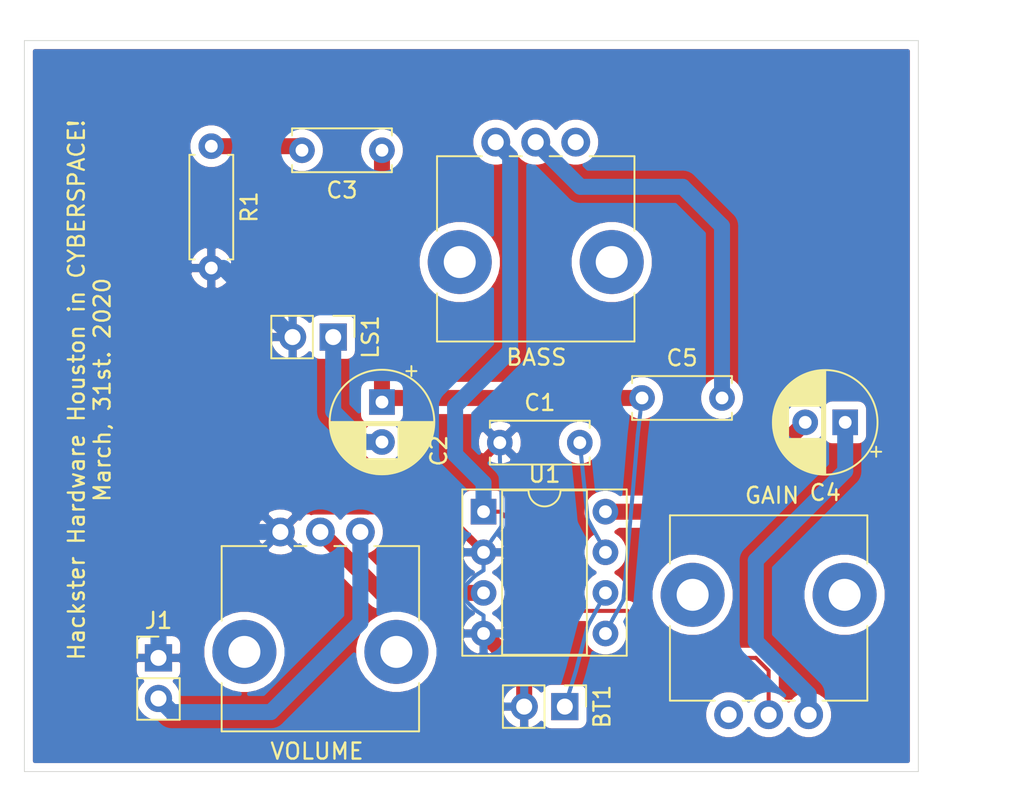
<source format=kicad_pcb>
(kicad_pcb (version 20171130) (host pcbnew 5.1.5-52549c5~84~ubuntu18.04.1)

  (general
    (thickness 1.6)
    (drawings 5)
    (tracks 110)
    (zones 0)
    (modules 13)
    (nets 15)
  )

  (page A4)
  (layers
    (0 F.Cu signal)
    (31 B.Cu signal)
    (32 B.Adhes user)
    (33 F.Adhes user)
    (34 B.Paste user)
    (35 F.Paste user)
    (36 B.SilkS user)
    (37 F.SilkS user)
    (38 B.Mask user)
    (39 F.Mask user)
    (40 Dwgs.User user)
    (41 Cmts.User user)
    (42 Eco1.User user)
    (43 Eco2.User user)
    (44 Edge.Cuts user)
    (45 Margin user)
    (46 B.CrtYd user)
    (47 F.CrtYd user)
    (48 B.Fab user)
    (49 F.Fab user)
  )

  (setup
    (last_trace_width 0.25)
    (user_trace_width 0.5)
    (user_trace_width 1)
    (user_trace_width 3)
    (trace_clearance 0.2)
    (zone_clearance 0.508)
    (zone_45_only no)
    (trace_min 0.2)
    (via_size 0.8)
    (via_drill 0.4)
    (via_min_size 0.4)
    (via_min_drill 0.3)
    (uvia_size 0.3)
    (uvia_drill 0.1)
    (uvias_allowed no)
    (uvia_min_size 0.2)
    (uvia_min_drill 0.1)
    (edge_width 0.05)
    (segment_width 0.2)
    (pcb_text_width 0.3)
    (pcb_text_size 1.5 1.5)
    (mod_edge_width 0.12)
    (mod_text_size 1 1)
    (mod_text_width 0.15)
    (pad_size 1.524 1.524)
    (pad_drill 0.762)
    (pad_to_mask_clearance 0.051)
    (solder_mask_min_width 0.25)
    (aux_axis_origin 0 0)
    (visible_elements FFFFFF7F)
    (pcbplotparams
      (layerselection 0x010fc_ffffffff)
      (usegerberextensions false)
      (usegerberattributes false)
      (usegerberadvancedattributes false)
      (creategerberjobfile false)
      (excludeedgelayer true)
      (linewidth 0.100000)
      (plotframeref false)
      (viasonmask false)
      (mode 1)
      (useauxorigin false)
      (hpglpennumber 1)
      (hpglpenspeed 20)
      (hpglpendiameter 15.000000)
      (psnegative false)
      (psa4output false)
      (plotreference true)
      (plotvalue true)
      (plotinvisibletext false)
      (padsonsilk false)
      (subtractmaskfromsilk false)
      (outputformat 1)
      (mirror false)
      (drillshape 0)
      (scaleselection 1)
      (outputdirectory "gerber/"))
  )

  (net 0 "")
  (net 1 "Net-(BT1-Pad1)")
  (net 2 GND)
  (net 3 "Net-(C1-Pad2)")
  (net 4 "Net-(C2-Pad1)")
  (net 5 "Net-(C2-Pad2)")
  (net 6 "Net-(C3-Pad2)")
  (net 7 "Net-(C4-Pad2)")
  (net 8 "Net-(C4-Pad1)")
  (net 9 "Net-(J1-Pad2)")
  (net 10 "Net-(BASE1-Pad3)")
  (net 11 "Net-(BASE1-Pad2)")
  (net 12 "Net-(BASE1-Pad1)")
  (net 13 "Net-(GAIN1-Pad3)")
  (net 14 "Net-(U1-Pad3)")

  (net_class Default "This is the default net class."
    (clearance 0.2)
    (trace_width 0.25)
    (via_dia 0.8)
    (via_drill 0.4)
    (uvia_dia 0.3)
    (uvia_drill 0.1)
    (add_net GND)
    (add_net "Net-(BASE1-Pad1)")
    (add_net "Net-(BASE1-Pad2)")
    (add_net "Net-(BASE1-Pad3)")
    (add_net "Net-(BT1-Pad1)")
    (add_net "Net-(C1-Pad2)")
    (add_net "Net-(C2-Pad1)")
    (add_net "Net-(C2-Pad2)")
    (add_net "Net-(C3-Pad2)")
    (add_net "Net-(C4-Pad1)")
    (add_net "Net-(C4-Pad2)")
    (add_net "Net-(GAIN1-Pad3)")
    (add_net "Net-(J1-Pad2)")
    (add_net "Net-(U1-Pad3)")
  )

  (module Connector_PinHeader_2.54mm:PinHeader_1x02_P2.54mm_Vertical (layer F.Cu) (tedit 59FED5CC) (tstamp 5E7B6103)
    (at 236.982 138.176 270)
    (descr "Through hole straight pin header, 1x02, 2.54mm pitch, single row")
    (tags "Through hole pin header THT 1x02 2.54mm single row")
    (path /5E7A4476)
    (fp_text reference BT1 (at 0 -2.33 90) (layer F.SilkS)
      (effects (font (size 1 1) (thickness 0.15)))
    )
    (fp_text value Battery (at 0 4.87 90) (layer F.Fab)
      (effects (font (size 1 1) (thickness 0.15)))
    )
    (fp_line (start -0.635 -1.27) (end 1.27 -1.27) (layer F.Fab) (width 0.1))
    (fp_line (start 1.27 -1.27) (end 1.27 3.81) (layer F.Fab) (width 0.1))
    (fp_line (start 1.27 3.81) (end -1.27 3.81) (layer F.Fab) (width 0.1))
    (fp_line (start -1.27 3.81) (end -1.27 -0.635) (layer F.Fab) (width 0.1))
    (fp_line (start -1.27 -0.635) (end -0.635 -1.27) (layer F.Fab) (width 0.1))
    (fp_line (start -1.33 3.87) (end 1.33 3.87) (layer F.SilkS) (width 0.12))
    (fp_line (start -1.33 1.27) (end -1.33 3.87) (layer F.SilkS) (width 0.12))
    (fp_line (start 1.33 1.27) (end 1.33 3.87) (layer F.SilkS) (width 0.12))
    (fp_line (start -1.33 1.27) (end 1.33 1.27) (layer F.SilkS) (width 0.12))
    (fp_line (start -1.33 0) (end -1.33 -1.33) (layer F.SilkS) (width 0.12))
    (fp_line (start -1.33 -1.33) (end 0 -1.33) (layer F.SilkS) (width 0.12))
    (fp_line (start -1.8 -1.8) (end -1.8 4.35) (layer F.CrtYd) (width 0.05))
    (fp_line (start -1.8 4.35) (end 1.8 4.35) (layer F.CrtYd) (width 0.05))
    (fp_line (start 1.8 4.35) (end 1.8 -1.8) (layer F.CrtYd) (width 0.05))
    (fp_line (start 1.8 -1.8) (end -1.8 -1.8) (layer F.CrtYd) (width 0.05))
    (fp_text user %R (at 0 1.27) (layer F.Fab)
      (effects (font (size 1 1) (thickness 0.15)))
    )
    (pad 1 thru_hole rect (at 0 0 270) (size 1.7 1.7) (drill 1) (layers *.Cu *.Mask)
      (net 1 "Net-(BT1-Pad1)"))
    (pad 2 thru_hole oval (at 0 2.54 270) (size 1.7 1.7) (drill 1) (layers *.Cu *.Mask)
      (net 2 GND))
    (model ${KISYS3DMOD}/Connector_PinHeader_2.54mm.3dshapes/PinHeader_1x02_P2.54mm_Vertical.wrl
      (at (xyz 0 0 0))
      (scale (xyz 1 1 1))
      (rotate (xyz 0 0 0))
    )
  )

  (module Capacitor_THT:C_Disc_D6.0mm_W2.5mm_P5.00mm (layer F.Cu) (tedit 5AE50EF0) (tstamp 5E7B5ED1)
    (at 232.918 121.666)
    (descr "C, Disc series, Radial, pin pitch=5.00mm, , diameter*width=6*2.5mm^2, Capacitor, http://cdn-reichelt.de/documents/datenblatt/B300/DS_KERKO_TC.pdf")
    (tags "C Disc series Radial pin pitch 5.00mm  diameter 6mm width 2.5mm Capacitor")
    (path /5E7DA7E6)
    (fp_text reference C1 (at 2.5 -2.5) (layer F.SilkS)
      (effects (font (size 1 1) (thickness 0.15)))
    )
    (fp_text value 100nF (at 2.5 2.5) (layer F.Fab)
      (effects (font (size 1 1) (thickness 0.15)))
    )
    (fp_text user %R (at 2.5 0) (layer F.Fab)
      (effects (font (size 1 1) (thickness 0.15)))
    )
    (fp_line (start 6.05 -1.5) (end -1.05 -1.5) (layer F.CrtYd) (width 0.05))
    (fp_line (start 6.05 1.5) (end 6.05 -1.5) (layer F.CrtYd) (width 0.05))
    (fp_line (start -1.05 1.5) (end 6.05 1.5) (layer F.CrtYd) (width 0.05))
    (fp_line (start -1.05 -1.5) (end -1.05 1.5) (layer F.CrtYd) (width 0.05))
    (fp_line (start 5.62 0.925) (end 5.62 1.37) (layer F.SilkS) (width 0.12))
    (fp_line (start 5.62 -1.37) (end 5.62 -0.925) (layer F.SilkS) (width 0.12))
    (fp_line (start -0.62 0.925) (end -0.62 1.37) (layer F.SilkS) (width 0.12))
    (fp_line (start -0.62 -1.37) (end -0.62 -0.925) (layer F.SilkS) (width 0.12))
    (fp_line (start -0.62 1.37) (end 5.62 1.37) (layer F.SilkS) (width 0.12))
    (fp_line (start -0.62 -1.37) (end 5.62 -1.37) (layer F.SilkS) (width 0.12))
    (fp_line (start 5.5 -1.25) (end -0.5 -1.25) (layer F.Fab) (width 0.1))
    (fp_line (start 5.5 1.25) (end 5.5 -1.25) (layer F.Fab) (width 0.1))
    (fp_line (start -0.5 1.25) (end 5.5 1.25) (layer F.Fab) (width 0.1))
    (fp_line (start -0.5 -1.25) (end -0.5 1.25) (layer F.Fab) (width 0.1))
    (pad 2 thru_hole circle (at 5 0) (size 1.6 1.6) (drill 0.8) (layers *.Cu *.Mask)
      (net 3 "Net-(C1-Pad2)"))
    (pad 1 thru_hole circle (at 0 0) (size 1.6 1.6) (drill 0.8) (layers *.Cu *.Mask)
      (net 2 GND))
    (model ${KISYS3DMOD}/Capacitor_THT.3dshapes/C_Disc_D6.0mm_W2.5mm_P5.00mm.wrl
      (at (xyz 0 0 0))
      (scale (xyz 1 1 1))
      (rotate (xyz 0 0 0))
    )
  )

  (module Capacitor_THT:C_Disc_D6.0mm_W2.5mm_P5.00mm (layer F.Cu) (tedit 5AE50EF0) (tstamp 5E7B5E95)
    (at 225.552 103.378 180)
    (descr "C, Disc series, Radial, pin pitch=5.00mm, , diameter*width=6*2.5mm^2, Capacitor, http://cdn-reichelt.de/documents/datenblatt/B300/DS_KERKO_TC.pdf")
    (tags "C Disc series Radial pin pitch 5.00mm  diameter 6mm width 2.5mm Capacitor")
    (path /5E7B62C5)
    (fp_text reference C3 (at 2.5 -2.5) (layer F.SilkS)
      (effects (font (size 1 1) (thickness 0.15)))
    )
    (fp_text value 0.05mF (at 2.5 2.5) (layer F.Fab)
      (effects (font (size 1 1) (thickness 0.15)))
    )
    (fp_line (start -0.5 -1.25) (end -0.5 1.25) (layer F.Fab) (width 0.1))
    (fp_line (start -0.5 1.25) (end 5.5 1.25) (layer F.Fab) (width 0.1))
    (fp_line (start 5.5 1.25) (end 5.5 -1.25) (layer F.Fab) (width 0.1))
    (fp_line (start 5.5 -1.25) (end -0.5 -1.25) (layer F.Fab) (width 0.1))
    (fp_line (start -0.62 -1.37) (end 5.62 -1.37) (layer F.SilkS) (width 0.12))
    (fp_line (start -0.62 1.37) (end 5.62 1.37) (layer F.SilkS) (width 0.12))
    (fp_line (start -0.62 -1.37) (end -0.62 -0.925) (layer F.SilkS) (width 0.12))
    (fp_line (start -0.62 0.925) (end -0.62 1.37) (layer F.SilkS) (width 0.12))
    (fp_line (start 5.62 -1.37) (end 5.62 -0.925) (layer F.SilkS) (width 0.12))
    (fp_line (start 5.62 0.925) (end 5.62 1.37) (layer F.SilkS) (width 0.12))
    (fp_line (start -1.05 -1.5) (end -1.05 1.5) (layer F.CrtYd) (width 0.05))
    (fp_line (start -1.05 1.5) (end 6.05 1.5) (layer F.CrtYd) (width 0.05))
    (fp_line (start 6.05 1.5) (end 6.05 -1.5) (layer F.CrtYd) (width 0.05))
    (fp_line (start 6.05 -1.5) (end -1.05 -1.5) (layer F.CrtYd) (width 0.05))
    (fp_text user %R (at 2.5 0) (layer F.Fab)
      (effects (font (size 1 1) (thickness 0.15)))
    )
    (pad 1 thru_hole circle (at 0 0 180) (size 1.6 1.6) (drill 0.8) (layers *.Cu *.Mask)
      (net 4 "Net-(C2-Pad1)"))
    (pad 2 thru_hole circle (at 5 0 180) (size 1.6 1.6) (drill 0.8) (layers *.Cu *.Mask)
      (net 6 "Net-(C3-Pad2)"))
    (model ${KISYS3DMOD}/Capacitor_THT.3dshapes/C_Disc_D6.0mm_W2.5mm_P5.00mm.wrl
      (at (xyz 0 0 0))
      (scale (xyz 1 1 1))
      (rotate (xyz 0 0 0))
    )
  )

  (module Capacitor_THT:C_Disc_D6.0mm_W2.5mm_P5.00mm (layer F.Cu) (tedit 5AE50EF0) (tstamp 5E7B6DC0)
    (at 241.808 118.872)
    (descr "C, Disc series, Radial, pin pitch=5.00mm, , diameter*width=6*2.5mm^2, Capacitor, http://cdn-reichelt.de/documents/datenblatt/B300/DS_KERKO_TC.pdf")
    (tags "C Disc series Radial pin pitch 5.00mm  diameter 6mm width 2.5mm Capacitor")
    (path /5E810764)
    (fp_text reference C5 (at 2.5 -2.5) (layer F.SilkS)
      (effects (font (size 1 1) (thickness 0.15)))
    )
    (fp_text value 0.05mF (at 2.5 2.5) (layer F.Fab)
      (effects (font (size 1 1) (thickness 0.15)))
    )
    (fp_line (start -0.5 -1.25) (end -0.5 1.25) (layer F.Fab) (width 0.1))
    (fp_line (start -0.5 1.25) (end 5.5 1.25) (layer F.Fab) (width 0.1))
    (fp_line (start 5.5 1.25) (end 5.5 -1.25) (layer F.Fab) (width 0.1))
    (fp_line (start 5.5 -1.25) (end -0.5 -1.25) (layer F.Fab) (width 0.1))
    (fp_line (start -0.62 -1.37) (end 5.62 -1.37) (layer F.SilkS) (width 0.12))
    (fp_line (start -0.62 1.37) (end 5.62 1.37) (layer F.SilkS) (width 0.12))
    (fp_line (start -0.62 -1.37) (end -0.62 -0.925) (layer F.SilkS) (width 0.12))
    (fp_line (start -0.62 0.925) (end -0.62 1.37) (layer F.SilkS) (width 0.12))
    (fp_line (start 5.62 -1.37) (end 5.62 -0.925) (layer F.SilkS) (width 0.12))
    (fp_line (start 5.62 0.925) (end 5.62 1.37) (layer F.SilkS) (width 0.12))
    (fp_line (start -1.05 -1.5) (end -1.05 1.5) (layer F.CrtYd) (width 0.05))
    (fp_line (start -1.05 1.5) (end 6.05 1.5) (layer F.CrtYd) (width 0.05))
    (fp_line (start 6.05 1.5) (end 6.05 -1.5) (layer F.CrtYd) (width 0.05))
    (fp_line (start 6.05 -1.5) (end -1.05 -1.5) (layer F.CrtYd) (width 0.05))
    (fp_text user %R (at 2.5 0) (layer F.Fab)
      (effects (font (size 1 1) (thickness 0.15)))
    )
    (pad 1 thru_hole circle (at 0 0) (size 1.6 1.6) (drill 0.8) (layers *.Cu *.Mask)
      (net 4 "Net-(C2-Pad1)"))
    (pad 2 thru_hole circle (at 5 0) (size 1.6 1.6) (drill 0.8) (layers *.Cu *.Mask)
      (net 11 "Net-(BASE1-Pad2)"))
    (model ${KISYS3DMOD}/Capacitor_THT.3dshapes/C_Disc_D6.0mm_W2.5mm_P5.00mm.wrl
      (at (xyz 0 0 0))
      (scale (xyz 1 1 1))
      (rotate (xyz 0 0 0))
    )
  )

  (module Connector_PinHeader_2.54mm:PinHeader_1x02_P2.54mm_Vertical (layer F.Cu) (tedit 59FED5CC) (tstamp 5E7B5E06)
    (at 211.582 135.128)
    (descr "Through hole straight pin header, 1x02, 2.54mm pitch, single row")
    (tags "Through hole pin header THT 1x02 2.54mm single row")
    (path /5E7EB7EE)
    (fp_text reference J1 (at 0 -2.33) (layer F.SilkS)
      (effects (font (size 1 1) (thickness 0.15)))
    )
    (fp_text value input (at 0 4.87) (layer F.Fab)
      (effects (font (size 1 1) (thickness 0.15)))
    )
    (fp_line (start -0.635 -1.27) (end 1.27 -1.27) (layer F.Fab) (width 0.1))
    (fp_line (start 1.27 -1.27) (end 1.27 3.81) (layer F.Fab) (width 0.1))
    (fp_line (start 1.27 3.81) (end -1.27 3.81) (layer F.Fab) (width 0.1))
    (fp_line (start -1.27 3.81) (end -1.27 -0.635) (layer F.Fab) (width 0.1))
    (fp_line (start -1.27 -0.635) (end -0.635 -1.27) (layer F.Fab) (width 0.1))
    (fp_line (start -1.33 3.87) (end 1.33 3.87) (layer F.SilkS) (width 0.12))
    (fp_line (start -1.33 1.27) (end -1.33 3.87) (layer F.SilkS) (width 0.12))
    (fp_line (start 1.33 1.27) (end 1.33 3.87) (layer F.SilkS) (width 0.12))
    (fp_line (start -1.33 1.27) (end 1.33 1.27) (layer F.SilkS) (width 0.12))
    (fp_line (start -1.33 0) (end -1.33 -1.33) (layer F.SilkS) (width 0.12))
    (fp_line (start -1.33 -1.33) (end 0 -1.33) (layer F.SilkS) (width 0.12))
    (fp_line (start -1.8 -1.8) (end -1.8 4.35) (layer F.CrtYd) (width 0.05))
    (fp_line (start -1.8 4.35) (end 1.8 4.35) (layer F.CrtYd) (width 0.05))
    (fp_line (start 1.8 4.35) (end 1.8 -1.8) (layer F.CrtYd) (width 0.05))
    (fp_line (start 1.8 -1.8) (end -1.8 -1.8) (layer F.CrtYd) (width 0.05))
    (fp_text user %R (at 0 1.27 90) (layer F.Fab)
      (effects (font (size 1 1) (thickness 0.15)))
    )
    (pad 1 thru_hole rect (at 0 0) (size 1.7 1.7) (drill 1) (layers *.Cu *.Mask)
      (net 2 GND))
    (pad 2 thru_hole oval (at 0 2.54) (size 1.7 1.7) (drill 1) (layers *.Cu *.Mask)
      (net 9 "Net-(J1-Pad2)"))
    (model ${KISYS3DMOD}/Connector_PinHeader_2.54mm.3dshapes/PinHeader_1x02_P2.54mm_Vertical.wrl
      (at (xyz 0 0 0))
      (scale (xyz 1 1 1))
      (rotate (xyz 0 0 0))
    )
  )

  (module Connector_PinHeader_2.54mm:PinHeader_1x02_P2.54mm_Vertical (layer F.Cu) (tedit 59FED5CC) (tstamp 5E7B5DC7)
    (at 222.504 115.062 270)
    (descr "Through hole straight pin header, 1x02, 2.54mm pitch, single row")
    (tags "Through hole pin header THT 1x02 2.54mm single row")
    (path /5E7AAA92)
    (fp_text reference LS1 (at 0 -2.33 90) (layer F.SilkS)
      (effects (font (size 1 1) (thickness 0.15)))
    )
    (fp_text value Speaker (at 0 4.87 90) (layer F.Fab)
      (effects (font (size 1 1) (thickness 0.15)))
    )
    (fp_text user %R (at 0 1.27) (layer F.Fab)
      (effects (font (size 1 1) (thickness 0.15)))
    )
    (fp_line (start 1.8 -1.8) (end -1.8 -1.8) (layer F.CrtYd) (width 0.05))
    (fp_line (start 1.8 4.35) (end 1.8 -1.8) (layer F.CrtYd) (width 0.05))
    (fp_line (start -1.8 4.35) (end 1.8 4.35) (layer F.CrtYd) (width 0.05))
    (fp_line (start -1.8 -1.8) (end -1.8 4.35) (layer F.CrtYd) (width 0.05))
    (fp_line (start -1.33 -1.33) (end 0 -1.33) (layer F.SilkS) (width 0.12))
    (fp_line (start -1.33 0) (end -1.33 -1.33) (layer F.SilkS) (width 0.12))
    (fp_line (start -1.33 1.27) (end 1.33 1.27) (layer F.SilkS) (width 0.12))
    (fp_line (start 1.33 1.27) (end 1.33 3.87) (layer F.SilkS) (width 0.12))
    (fp_line (start -1.33 1.27) (end -1.33 3.87) (layer F.SilkS) (width 0.12))
    (fp_line (start -1.33 3.87) (end 1.33 3.87) (layer F.SilkS) (width 0.12))
    (fp_line (start -1.27 -0.635) (end -0.635 -1.27) (layer F.Fab) (width 0.1))
    (fp_line (start -1.27 3.81) (end -1.27 -0.635) (layer F.Fab) (width 0.1))
    (fp_line (start 1.27 3.81) (end -1.27 3.81) (layer F.Fab) (width 0.1))
    (fp_line (start 1.27 -1.27) (end 1.27 3.81) (layer F.Fab) (width 0.1))
    (fp_line (start -0.635 -1.27) (end 1.27 -1.27) (layer F.Fab) (width 0.1))
    (pad 2 thru_hole oval (at 0 2.54 270) (size 1.7 1.7) (drill 1) (layers *.Cu *.Mask)
      (net 2 GND))
    (pad 1 thru_hole rect (at 0 0 270) (size 1.7 1.7) (drill 1) (layers *.Cu *.Mask)
      (net 5 "Net-(C2-Pad2)"))
    (model ${KISYS3DMOD}/Connector_PinHeader_2.54mm.3dshapes/PinHeader_1x02_P2.54mm_Vertical.wrl
      (at (xyz 0 0 0))
      (scale (xyz 1 1 1))
      (rotate (xyz 0 0 0))
    )
  )

  (module Package_DIP:DIP-8_W7.62mm_Socket (layer F.Cu) (tedit 5A02E8C5) (tstamp 5E7B63F0)
    (at 231.902 125.984)
    (descr "8-lead though-hole mounted DIP package, row spacing 7.62 mm (300 mils), Socket")
    (tags "THT DIP DIL PDIP 2.54mm 7.62mm 300mil Socket")
    (path /5E7A2217)
    (fp_text reference U1 (at 3.81 -2.33) (layer F.SilkS)
      (effects (font (size 1 1) (thickness 0.15)))
    )
    (fp_text value LM386 (at 3.81 9.95) (layer F.Fab)
      (effects (font (size 1 1) (thickness 0.15)))
    )
    (fp_arc (start 3.81 -1.33) (end 2.81 -1.33) (angle -180) (layer F.SilkS) (width 0.12))
    (fp_line (start 1.635 -1.27) (end 6.985 -1.27) (layer F.Fab) (width 0.1))
    (fp_line (start 6.985 -1.27) (end 6.985 8.89) (layer F.Fab) (width 0.1))
    (fp_line (start 6.985 8.89) (end 0.635 8.89) (layer F.Fab) (width 0.1))
    (fp_line (start 0.635 8.89) (end 0.635 -0.27) (layer F.Fab) (width 0.1))
    (fp_line (start 0.635 -0.27) (end 1.635 -1.27) (layer F.Fab) (width 0.1))
    (fp_line (start -1.27 -1.33) (end -1.27 8.95) (layer F.Fab) (width 0.1))
    (fp_line (start -1.27 8.95) (end 8.89 8.95) (layer F.Fab) (width 0.1))
    (fp_line (start 8.89 8.95) (end 8.89 -1.33) (layer F.Fab) (width 0.1))
    (fp_line (start 8.89 -1.33) (end -1.27 -1.33) (layer F.Fab) (width 0.1))
    (fp_line (start 2.81 -1.33) (end 1.16 -1.33) (layer F.SilkS) (width 0.12))
    (fp_line (start 1.16 -1.33) (end 1.16 8.95) (layer F.SilkS) (width 0.12))
    (fp_line (start 1.16 8.95) (end 6.46 8.95) (layer F.SilkS) (width 0.12))
    (fp_line (start 6.46 8.95) (end 6.46 -1.33) (layer F.SilkS) (width 0.12))
    (fp_line (start 6.46 -1.33) (end 4.81 -1.33) (layer F.SilkS) (width 0.12))
    (fp_line (start -1.33 -1.39) (end -1.33 9.01) (layer F.SilkS) (width 0.12))
    (fp_line (start -1.33 9.01) (end 8.95 9.01) (layer F.SilkS) (width 0.12))
    (fp_line (start 8.95 9.01) (end 8.95 -1.39) (layer F.SilkS) (width 0.12))
    (fp_line (start 8.95 -1.39) (end -1.33 -1.39) (layer F.SilkS) (width 0.12))
    (fp_line (start -1.55 -1.6) (end -1.55 9.2) (layer F.CrtYd) (width 0.05))
    (fp_line (start -1.55 9.2) (end 9.15 9.2) (layer F.CrtYd) (width 0.05))
    (fp_line (start 9.15 9.2) (end 9.15 -1.6) (layer F.CrtYd) (width 0.05))
    (fp_line (start 9.15 -1.6) (end -1.55 -1.6) (layer F.CrtYd) (width 0.05))
    (fp_text user %R (at 3.81 3.81) (layer F.Fab)
      (effects (font (size 1 1) (thickness 0.15)))
    )
    (pad 1 thru_hole rect (at 0 0) (size 1.6 1.6) (drill 0.8) (layers *.Cu *.Mask)
      (net 12 "Net-(BASE1-Pad1)"))
    (pad 5 thru_hole oval (at 7.62 7.62) (size 1.6 1.6) (drill 0.8) (layers *.Cu *.Mask)
      (net 4 "Net-(C2-Pad1)"))
    (pad 2 thru_hole oval (at 0 2.54) (size 1.6 1.6) (drill 0.8) (layers *.Cu *.Mask)
      (net 2 GND))
    (pad 6 thru_hole oval (at 7.62 5.08) (size 1.6 1.6) (drill 0.8) (layers *.Cu *.Mask)
      (net 1 "Net-(BT1-Pad1)"))
    (pad 3 thru_hole oval (at 0 5.08) (size 1.6 1.6) (drill 0.8) (layers *.Cu *.Mask)
      (net 14 "Net-(U1-Pad3)"))
    (pad 7 thru_hole oval (at 7.62 2.54) (size 1.6 1.6) (drill 0.8) (layers *.Cu *.Mask)
      (net 3 "Net-(C1-Pad2)"))
    (pad 4 thru_hole oval (at 0 7.62) (size 1.6 1.6) (drill 0.8) (layers *.Cu *.Mask)
      (net 2 GND))
    (pad 8 thru_hole oval (at 7.62 0) (size 1.6 1.6) (drill 0.8) (layers *.Cu *.Mask)
      (net 7 "Net-(C4-Pad2)"))
    (model ${KISYS3DMOD}/Package_DIP.3dshapes/DIP-8_W7.62mm_Socket.wrl
      (at (xyz 0 0 0))
      (scale (xyz 1 1 1))
      (rotate (xyz 0 0 0))
    )
  )

  (module Potentiometer_THT:Potentiometer_Alps_RK09L_Single_Vertical (layer F.Cu) (tedit 5A3D4993) (tstamp 5E7B5E4B)
    (at 232.664 102.87 270)
    (descr "Potentiometer, vertical, Alps RK09L Single, http://www.alps.com/prod/info/E/HTML/Potentiometer/RotaryPotentiometers/RK09L/RK09L_list.html")
    (tags "Potentiometer vertical Alps RK09L Single")
    (path /5E8123FA)
    (fp_text reference BASS (at 13.462 -2.54 180) (layer F.SilkS)
      (effects (font (size 1 1) (thickness 0.15)))
    )
    (fp_text value 10k (at 2.794 2.032 180) (layer F.Fab)
      (effects (font (size 1 1) (thickness 0.15)))
    )
    (fp_circle (center 7.5 -2.5) (end 10.5 -2.5) (layer F.Fab) (width 0.1))
    (fp_line (start 1 -8.55) (end 1 3.55) (layer F.Fab) (width 0.1))
    (fp_line (start 1 3.55) (end 12.35 3.55) (layer F.Fab) (width 0.1))
    (fp_line (start 12.35 3.55) (end 12.35 -8.55) (layer F.Fab) (width 0.1))
    (fp_line (start 12.35 -8.55) (end 1 -8.55) (layer F.Fab) (width 0.1))
    (fp_line (start 0.88 -8.67) (end 5.546 -8.67) (layer F.SilkS) (width 0.12))
    (fp_line (start 9.455 -8.67) (end 12.47 -8.67) (layer F.SilkS) (width 0.12))
    (fp_line (start 0.88 3.67) (end 5.546 3.67) (layer F.SilkS) (width 0.12))
    (fp_line (start 9.455 3.67) (end 12.47 3.67) (layer F.SilkS) (width 0.12))
    (fp_line (start 0.88 -8.67) (end 0.88 -5.871) (layer F.SilkS) (width 0.12))
    (fp_line (start 0.88 -4.129) (end 0.88 -3.37) (layer F.SilkS) (width 0.12))
    (fp_line (start 0.88 -1.629) (end 0.88 -0.87) (layer F.SilkS) (width 0.12))
    (fp_line (start 0.88 0.87) (end 0.88 3.67) (layer F.SilkS) (width 0.12))
    (fp_line (start 12.47 -8.67) (end 12.47 3.67) (layer F.SilkS) (width 0.12))
    (fp_line (start -1.15 -9.5) (end -1.15 4.5) (layer F.CrtYd) (width 0.05))
    (fp_line (start -1.15 4.5) (end 12.6 4.5) (layer F.CrtYd) (width 0.05))
    (fp_line (start 12.6 4.5) (end 12.6 -9.5) (layer F.CrtYd) (width 0.05))
    (fp_line (start 12.6 -9.5) (end -1.15 -9.5) (layer F.CrtYd) (width 0.05))
    (fp_text user %R (at 2 -2.5) (layer F.Fab)
      (effects (font (size 1 1) (thickness 0.15)))
    )
    (pad 3 thru_hole circle (at 0 -5 270) (size 1.8 1.8) (drill 1) (layers *.Cu *.Mask)
      (net 10 "Net-(BASE1-Pad3)"))
    (pad 2 thru_hole circle (at 0 -2.5 270) (size 1.8 1.8) (drill 1) (layers *.Cu *.Mask)
      (net 11 "Net-(BASE1-Pad2)"))
    (pad 1 thru_hole circle (at 0 0 270) (size 1.8 1.8) (drill 1) (layers *.Cu *.Mask)
      (net 12 "Net-(BASE1-Pad1)"))
    (pad "" np_thru_hole circle (at 7.5 -7.25 270) (size 4 4) (drill 2) (layers *.Cu *.Mask))
    (pad "" np_thru_hole circle (at 7.5 2.25 270) (size 4 4) (drill 2) (layers *.Cu *.Mask))
    (model ${KISYS3DMOD}/Potentiometer_THT.3dshapes/Potentiometer_Alps_RK09L_Single_Vertical.wrl
      (at (xyz 0 0 0))
      (scale (xyz 1 1 1))
      (rotate (xyz 0 0 0))
    )
  )

  (module Capacitor_THT:CP_Radial_D6.3mm_P2.50mm (layer F.Cu) (tedit 5AE50EF0) (tstamp 5E7B5F8C)
    (at 225.552 119.126 270)
    (descr "CP, Radial series, Radial, pin pitch=2.50mm, , diameter=6.3mm, Electrolytic Capacitor")
    (tags "CP Radial series Radial pin pitch 2.50mm  diameter 6.3mm Electrolytic Capacitor")
    (path /5E7AE473)
    (fp_text reference C2 (at 3.048 -3.556 270) (layer F.SilkS)
      (effects (font (size 1 1) (thickness 0.15)))
    )
    (fp_text value 250mF (at 5.334 0 180) (layer F.Fab)
      (effects (font (size 1 1) (thickness 0.15)))
    )
    (fp_circle (center 1.25 0) (end 4.4 0) (layer F.Fab) (width 0.1))
    (fp_circle (center 1.25 0) (end 4.52 0) (layer F.SilkS) (width 0.12))
    (fp_circle (center 1.25 0) (end 4.65 0) (layer F.CrtYd) (width 0.05))
    (fp_line (start -1.443972 -1.3735) (end -0.813972 -1.3735) (layer F.Fab) (width 0.1))
    (fp_line (start -1.128972 -1.6885) (end -1.128972 -1.0585) (layer F.Fab) (width 0.1))
    (fp_line (start 1.25 -3.23) (end 1.25 3.23) (layer F.SilkS) (width 0.12))
    (fp_line (start 1.29 -3.23) (end 1.29 3.23) (layer F.SilkS) (width 0.12))
    (fp_line (start 1.33 -3.23) (end 1.33 3.23) (layer F.SilkS) (width 0.12))
    (fp_line (start 1.37 -3.228) (end 1.37 3.228) (layer F.SilkS) (width 0.12))
    (fp_line (start 1.41 -3.227) (end 1.41 3.227) (layer F.SilkS) (width 0.12))
    (fp_line (start 1.45 -3.224) (end 1.45 3.224) (layer F.SilkS) (width 0.12))
    (fp_line (start 1.49 -3.222) (end 1.49 -1.04) (layer F.SilkS) (width 0.12))
    (fp_line (start 1.49 1.04) (end 1.49 3.222) (layer F.SilkS) (width 0.12))
    (fp_line (start 1.53 -3.218) (end 1.53 -1.04) (layer F.SilkS) (width 0.12))
    (fp_line (start 1.53 1.04) (end 1.53 3.218) (layer F.SilkS) (width 0.12))
    (fp_line (start 1.57 -3.215) (end 1.57 -1.04) (layer F.SilkS) (width 0.12))
    (fp_line (start 1.57 1.04) (end 1.57 3.215) (layer F.SilkS) (width 0.12))
    (fp_line (start 1.61 -3.211) (end 1.61 -1.04) (layer F.SilkS) (width 0.12))
    (fp_line (start 1.61 1.04) (end 1.61 3.211) (layer F.SilkS) (width 0.12))
    (fp_line (start 1.65 -3.206) (end 1.65 -1.04) (layer F.SilkS) (width 0.12))
    (fp_line (start 1.65 1.04) (end 1.65 3.206) (layer F.SilkS) (width 0.12))
    (fp_line (start 1.69 -3.201) (end 1.69 -1.04) (layer F.SilkS) (width 0.12))
    (fp_line (start 1.69 1.04) (end 1.69 3.201) (layer F.SilkS) (width 0.12))
    (fp_line (start 1.73 -3.195) (end 1.73 -1.04) (layer F.SilkS) (width 0.12))
    (fp_line (start 1.73 1.04) (end 1.73 3.195) (layer F.SilkS) (width 0.12))
    (fp_line (start 1.77 -3.189) (end 1.77 -1.04) (layer F.SilkS) (width 0.12))
    (fp_line (start 1.77 1.04) (end 1.77 3.189) (layer F.SilkS) (width 0.12))
    (fp_line (start 1.81 -3.182) (end 1.81 -1.04) (layer F.SilkS) (width 0.12))
    (fp_line (start 1.81 1.04) (end 1.81 3.182) (layer F.SilkS) (width 0.12))
    (fp_line (start 1.85 -3.175) (end 1.85 -1.04) (layer F.SilkS) (width 0.12))
    (fp_line (start 1.85 1.04) (end 1.85 3.175) (layer F.SilkS) (width 0.12))
    (fp_line (start 1.89 -3.167) (end 1.89 -1.04) (layer F.SilkS) (width 0.12))
    (fp_line (start 1.89 1.04) (end 1.89 3.167) (layer F.SilkS) (width 0.12))
    (fp_line (start 1.93 -3.159) (end 1.93 -1.04) (layer F.SilkS) (width 0.12))
    (fp_line (start 1.93 1.04) (end 1.93 3.159) (layer F.SilkS) (width 0.12))
    (fp_line (start 1.971 -3.15) (end 1.971 -1.04) (layer F.SilkS) (width 0.12))
    (fp_line (start 1.971 1.04) (end 1.971 3.15) (layer F.SilkS) (width 0.12))
    (fp_line (start 2.011 -3.141) (end 2.011 -1.04) (layer F.SilkS) (width 0.12))
    (fp_line (start 2.011 1.04) (end 2.011 3.141) (layer F.SilkS) (width 0.12))
    (fp_line (start 2.051 -3.131) (end 2.051 -1.04) (layer F.SilkS) (width 0.12))
    (fp_line (start 2.051 1.04) (end 2.051 3.131) (layer F.SilkS) (width 0.12))
    (fp_line (start 2.091 -3.121) (end 2.091 -1.04) (layer F.SilkS) (width 0.12))
    (fp_line (start 2.091 1.04) (end 2.091 3.121) (layer F.SilkS) (width 0.12))
    (fp_line (start 2.131 -3.11) (end 2.131 -1.04) (layer F.SilkS) (width 0.12))
    (fp_line (start 2.131 1.04) (end 2.131 3.11) (layer F.SilkS) (width 0.12))
    (fp_line (start 2.171 -3.098) (end 2.171 -1.04) (layer F.SilkS) (width 0.12))
    (fp_line (start 2.171 1.04) (end 2.171 3.098) (layer F.SilkS) (width 0.12))
    (fp_line (start 2.211 -3.086) (end 2.211 -1.04) (layer F.SilkS) (width 0.12))
    (fp_line (start 2.211 1.04) (end 2.211 3.086) (layer F.SilkS) (width 0.12))
    (fp_line (start 2.251 -3.074) (end 2.251 -1.04) (layer F.SilkS) (width 0.12))
    (fp_line (start 2.251 1.04) (end 2.251 3.074) (layer F.SilkS) (width 0.12))
    (fp_line (start 2.291 -3.061) (end 2.291 -1.04) (layer F.SilkS) (width 0.12))
    (fp_line (start 2.291 1.04) (end 2.291 3.061) (layer F.SilkS) (width 0.12))
    (fp_line (start 2.331 -3.047) (end 2.331 -1.04) (layer F.SilkS) (width 0.12))
    (fp_line (start 2.331 1.04) (end 2.331 3.047) (layer F.SilkS) (width 0.12))
    (fp_line (start 2.371 -3.033) (end 2.371 -1.04) (layer F.SilkS) (width 0.12))
    (fp_line (start 2.371 1.04) (end 2.371 3.033) (layer F.SilkS) (width 0.12))
    (fp_line (start 2.411 -3.018) (end 2.411 -1.04) (layer F.SilkS) (width 0.12))
    (fp_line (start 2.411 1.04) (end 2.411 3.018) (layer F.SilkS) (width 0.12))
    (fp_line (start 2.451 -3.002) (end 2.451 -1.04) (layer F.SilkS) (width 0.12))
    (fp_line (start 2.451 1.04) (end 2.451 3.002) (layer F.SilkS) (width 0.12))
    (fp_line (start 2.491 -2.986) (end 2.491 -1.04) (layer F.SilkS) (width 0.12))
    (fp_line (start 2.491 1.04) (end 2.491 2.986) (layer F.SilkS) (width 0.12))
    (fp_line (start 2.531 -2.97) (end 2.531 -1.04) (layer F.SilkS) (width 0.12))
    (fp_line (start 2.531 1.04) (end 2.531 2.97) (layer F.SilkS) (width 0.12))
    (fp_line (start 2.571 -2.952) (end 2.571 -1.04) (layer F.SilkS) (width 0.12))
    (fp_line (start 2.571 1.04) (end 2.571 2.952) (layer F.SilkS) (width 0.12))
    (fp_line (start 2.611 -2.934) (end 2.611 -1.04) (layer F.SilkS) (width 0.12))
    (fp_line (start 2.611 1.04) (end 2.611 2.934) (layer F.SilkS) (width 0.12))
    (fp_line (start 2.651 -2.916) (end 2.651 -1.04) (layer F.SilkS) (width 0.12))
    (fp_line (start 2.651 1.04) (end 2.651 2.916) (layer F.SilkS) (width 0.12))
    (fp_line (start 2.691 -2.896) (end 2.691 -1.04) (layer F.SilkS) (width 0.12))
    (fp_line (start 2.691 1.04) (end 2.691 2.896) (layer F.SilkS) (width 0.12))
    (fp_line (start 2.731 -2.876) (end 2.731 -1.04) (layer F.SilkS) (width 0.12))
    (fp_line (start 2.731 1.04) (end 2.731 2.876) (layer F.SilkS) (width 0.12))
    (fp_line (start 2.771 -2.856) (end 2.771 -1.04) (layer F.SilkS) (width 0.12))
    (fp_line (start 2.771 1.04) (end 2.771 2.856) (layer F.SilkS) (width 0.12))
    (fp_line (start 2.811 -2.834) (end 2.811 -1.04) (layer F.SilkS) (width 0.12))
    (fp_line (start 2.811 1.04) (end 2.811 2.834) (layer F.SilkS) (width 0.12))
    (fp_line (start 2.851 -2.812) (end 2.851 -1.04) (layer F.SilkS) (width 0.12))
    (fp_line (start 2.851 1.04) (end 2.851 2.812) (layer F.SilkS) (width 0.12))
    (fp_line (start 2.891 -2.79) (end 2.891 -1.04) (layer F.SilkS) (width 0.12))
    (fp_line (start 2.891 1.04) (end 2.891 2.79) (layer F.SilkS) (width 0.12))
    (fp_line (start 2.931 -2.766) (end 2.931 -1.04) (layer F.SilkS) (width 0.12))
    (fp_line (start 2.931 1.04) (end 2.931 2.766) (layer F.SilkS) (width 0.12))
    (fp_line (start 2.971 -2.742) (end 2.971 -1.04) (layer F.SilkS) (width 0.12))
    (fp_line (start 2.971 1.04) (end 2.971 2.742) (layer F.SilkS) (width 0.12))
    (fp_line (start 3.011 -2.716) (end 3.011 -1.04) (layer F.SilkS) (width 0.12))
    (fp_line (start 3.011 1.04) (end 3.011 2.716) (layer F.SilkS) (width 0.12))
    (fp_line (start 3.051 -2.69) (end 3.051 -1.04) (layer F.SilkS) (width 0.12))
    (fp_line (start 3.051 1.04) (end 3.051 2.69) (layer F.SilkS) (width 0.12))
    (fp_line (start 3.091 -2.664) (end 3.091 -1.04) (layer F.SilkS) (width 0.12))
    (fp_line (start 3.091 1.04) (end 3.091 2.664) (layer F.SilkS) (width 0.12))
    (fp_line (start 3.131 -2.636) (end 3.131 -1.04) (layer F.SilkS) (width 0.12))
    (fp_line (start 3.131 1.04) (end 3.131 2.636) (layer F.SilkS) (width 0.12))
    (fp_line (start 3.171 -2.607) (end 3.171 -1.04) (layer F.SilkS) (width 0.12))
    (fp_line (start 3.171 1.04) (end 3.171 2.607) (layer F.SilkS) (width 0.12))
    (fp_line (start 3.211 -2.578) (end 3.211 -1.04) (layer F.SilkS) (width 0.12))
    (fp_line (start 3.211 1.04) (end 3.211 2.578) (layer F.SilkS) (width 0.12))
    (fp_line (start 3.251 -2.548) (end 3.251 -1.04) (layer F.SilkS) (width 0.12))
    (fp_line (start 3.251 1.04) (end 3.251 2.548) (layer F.SilkS) (width 0.12))
    (fp_line (start 3.291 -2.516) (end 3.291 -1.04) (layer F.SilkS) (width 0.12))
    (fp_line (start 3.291 1.04) (end 3.291 2.516) (layer F.SilkS) (width 0.12))
    (fp_line (start 3.331 -2.484) (end 3.331 -1.04) (layer F.SilkS) (width 0.12))
    (fp_line (start 3.331 1.04) (end 3.331 2.484) (layer F.SilkS) (width 0.12))
    (fp_line (start 3.371 -2.45) (end 3.371 -1.04) (layer F.SilkS) (width 0.12))
    (fp_line (start 3.371 1.04) (end 3.371 2.45) (layer F.SilkS) (width 0.12))
    (fp_line (start 3.411 -2.416) (end 3.411 -1.04) (layer F.SilkS) (width 0.12))
    (fp_line (start 3.411 1.04) (end 3.411 2.416) (layer F.SilkS) (width 0.12))
    (fp_line (start 3.451 -2.38) (end 3.451 -1.04) (layer F.SilkS) (width 0.12))
    (fp_line (start 3.451 1.04) (end 3.451 2.38) (layer F.SilkS) (width 0.12))
    (fp_line (start 3.491 -2.343) (end 3.491 -1.04) (layer F.SilkS) (width 0.12))
    (fp_line (start 3.491 1.04) (end 3.491 2.343) (layer F.SilkS) (width 0.12))
    (fp_line (start 3.531 -2.305) (end 3.531 -1.04) (layer F.SilkS) (width 0.12))
    (fp_line (start 3.531 1.04) (end 3.531 2.305) (layer F.SilkS) (width 0.12))
    (fp_line (start 3.571 -2.265) (end 3.571 2.265) (layer F.SilkS) (width 0.12))
    (fp_line (start 3.611 -2.224) (end 3.611 2.224) (layer F.SilkS) (width 0.12))
    (fp_line (start 3.651 -2.182) (end 3.651 2.182) (layer F.SilkS) (width 0.12))
    (fp_line (start 3.691 -2.137) (end 3.691 2.137) (layer F.SilkS) (width 0.12))
    (fp_line (start 3.731 -2.092) (end 3.731 2.092) (layer F.SilkS) (width 0.12))
    (fp_line (start 3.771 -2.044) (end 3.771 2.044) (layer F.SilkS) (width 0.12))
    (fp_line (start 3.811 -1.995) (end 3.811 1.995) (layer F.SilkS) (width 0.12))
    (fp_line (start 3.851 -1.944) (end 3.851 1.944) (layer F.SilkS) (width 0.12))
    (fp_line (start 3.891 -1.89) (end 3.891 1.89) (layer F.SilkS) (width 0.12))
    (fp_line (start 3.931 -1.834) (end 3.931 1.834) (layer F.SilkS) (width 0.12))
    (fp_line (start 3.971 -1.776) (end 3.971 1.776) (layer F.SilkS) (width 0.12))
    (fp_line (start 4.011 -1.714) (end 4.011 1.714) (layer F.SilkS) (width 0.12))
    (fp_line (start 4.051 -1.65) (end 4.051 1.65) (layer F.SilkS) (width 0.12))
    (fp_line (start 4.091 -1.581) (end 4.091 1.581) (layer F.SilkS) (width 0.12))
    (fp_line (start 4.131 -1.509) (end 4.131 1.509) (layer F.SilkS) (width 0.12))
    (fp_line (start 4.171 -1.432) (end 4.171 1.432) (layer F.SilkS) (width 0.12))
    (fp_line (start 4.211 -1.35) (end 4.211 1.35) (layer F.SilkS) (width 0.12))
    (fp_line (start 4.251 -1.262) (end 4.251 1.262) (layer F.SilkS) (width 0.12))
    (fp_line (start 4.291 -1.165) (end 4.291 1.165) (layer F.SilkS) (width 0.12))
    (fp_line (start 4.331 -1.059) (end 4.331 1.059) (layer F.SilkS) (width 0.12))
    (fp_line (start 4.371 -0.94) (end 4.371 0.94) (layer F.SilkS) (width 0.12))
    (fp_line (start 4.411 -0.802) (end 4.411 0.802) (layer F.SilkS) (width 0.12))
    (fp_line (start 4.451 -0.633) (end 4.451 0.633) (layer F.SilkS) (width 0.12))
    (fp_line (start 4.491 -0.402) (end 4.491 0.402) (layer F.SilkS) (width 0.12))
    (fp_line (start -2.250241 -1.839) (end -1.620241 -1.839) (layer F.SilkS) (width 0.12))
    (fp_line (start -1.935241 -2.154) (end -1.935241 -1.524) (layer F.SilkS) (width 0.12))
    (fp_text user %R (at 1.25 0 90) (layer F.Fab)
      (effects (font (size 1 1) (thickness 0.15)))
    )
    (pad 1 thru_hole rect (at 0 0 270) (size 1.6 1.6) (drill 0.8) (layers *.Cu *.Mask)
      (net 4 "Net-(C2-Pad1)"))
    (pad 2 thru_hole circle (at 2.5 0 270) (size 1.6 1.6) (drill 0.8) (layers *.Cu *.Mask)
      (net 5 "Net-(C2-Pad2)"))
    (model ${KISYS3DMOD}/Capacitor_THT.3dshapes/CP_Radial_D6.3mm_P2.50mm.wrl
      (at (xyz 0 0 0))
      (scale (xyz 1 1 1))
      (rotate (xyz 0 0 0))
    )
  )

  (module Capacitor_THT:CP_Radial_D6.3mm_P2.50mm (layer F.Cu) (tedit 5AE50EF0) (tstamp 5E7B62A7)
    (at 254.508 120.396 180)
    (descr "CP, Radial series, Radial, pin pitch=2.50mm, , diameter=6.3mm, Electrolytic Capacitor")
    (tags "CP Radial series Radial pin pitch 2.50mm  diameter 6.3mm Electrolytic Capacitor")
    (path /5E7C9651)
    (fp_text reference C4 (at 1.25 -4.4) (layer F.SilkS)
      (effects (font (size 1 1) (thickness 0.15)))
    )
    (fp_text value 10mF (at 1.25 4.4) (layer F.Fab)
      (effects (font (size 1 1) (thickness 0.15)))
    )
    (fp_text user %R (at 1.25 0) (layer F.Fab)
      (effects (font (size 1 1) (thickness 0.15)))
    )
    (fp_line (start -1.935241 -2.154) (end -1.935241 -1.524) (layer F.SilkS) (width 0.12))
    (fp_line (start -2.250241 -1.839) (end -1.620241 -1.839) (layer F.SilkS) (width 0.12))
    (fp_line (start 4.491 -0.402) (end 4.491 0.402) (layer F.SilkS) (width 0.12))
    (fp_line (start 4.451 -0.633) (end 4.451 0.633) (layer F.SilkS) (width 0.12))
    (fp_line (start 4.411 -0.802) (end 4.411 0.802) (layer F.SilkS) (width 0.12))
    (fp_line (start 4.371 -0.94) (end 4.371 0.94) (layer F.SilkS) (width 0.12))
    (fp_line (start 4.331 -1.059) (end 4.331 1.059) (layer F.SilkS) (width 0.12))
    (fp_line (start 4.291 -1.165) (end 4.291 1.165) (layer F.SilkS) (width 0.12))
    (fp_line (start 4.251 -1.262) (end 4.251 1.262) (layer F.SilkS) (width 0.12))
    (fp_line (start 4.211 -1.35) (end 4.211 1.35) (layer F.SilkS) (width 0.12))
    (fp_line (start 4.171 -1.432) (end 4.171 1.432) (layer F.SilkS) (width 0.12))
    (fp_line (start 4.131 -1.509) (end 4.131 1.509) (layer F.SilkS) (width 0.12))
    (fp_line (start 4.091 -1.581) (end 4.091 1.581) (layer F.SilkS) (width 0.12))
    (fp_line (start 4.051 -1.65) (end 4.051 1.65) (layer F.SilkS) (width 0.12))
    (fp_line (start 4.011 -1.714) (end 4.011 1.714) (layer F.SilkS) (width 0.12))
    (fp_line (start 3.971 -1.776) (end 3.971 1.776) (layer F.SilkS) (width 0.12))
    (fp_line (start 3.931 -1.834) (end 3.931 1.834) (layer F.SilkS) (width 0.12))
    (fp_line (start 3.891 -1.89) (end 3.891 1.89) (layer F.SilkS) (width 0.12))
    (fp_line (start 3.851 -1.944) (end 3.851 1.944) (layer F.SilkS) (width 0.12))
    (fp_line (start 3.811 -1.995) (end 3.811 1.995) (layer F.SilkS) (width 0.12))
    (fp_line (start 3.771 -2.044) (end 3.771 2.044) (layer F.SilkS) (width 0.12))
    (fp_line (start 3.731 -2.092) (end 3.731 2.092) (layer F.SilkS) (width 0.12))
    (fp_line (start 3.691 -2.137) (end 3.691 2.137) (layer F.SilkS) (width 0.12))
    (fp_line (start 3.651 -2.182) (end 3.651 2.182) (layer F.SilkS) (width 0.12))
    (fp_line (start 3.611 -2.224) (end 3.611 2.224) (layer F.SilkS) (width 0.12))
    (fp_line (start 3.571 -2.265) (end 3.571 2.265) (layer F.SilkS) (width 0.12))
    (fp_line (start 3.531 1.04) (end 3.531 2.305) (layer F.SilkS) (width 0.12))
    (fp_line (start 3.531 -2.305) (end 3.531 -1.04) (layer F.SilkS) (width 0.12))
    (fp_line (start 3.491 1.04) (end 3.491 2.343) (layer F.SilkS) (width 0.12))
    (fp_line (start 3.491 -2.343) (end 3.491 -1.04) (layer F.SilkS) (width 0.12))
    (fp_line (start 3.451 1.04) (end 3.451 2.38) (layer F.SilkS) (width 0.12))
    (fp_line (start 3.451 -2.38) (end 3.451 -1.04) (layer F.SilkS) (width 0.12))
    (fp_line (start 3.411 1.04) (end 3.411 2.416) (layer F.SilkS) (width 0.12))
    (fp_line (start 3.411 -2.416) (end 3.411 -1.04) (layer F.SilkS) (width 0.12))
    (fp_line (start 3.371 1.04) (end 3.371 2.45) (layer F.SilkS) (width 0.12))
    (fp_line (start 3.371 -2.45) (end 3.371 -1.04) (layer F.SilkS) (width 0.12))
    (fp_line (start 3.331 1.04) (end 3.331 2.484) (layer F.SilkS) (width 0.12))
    (fp_line (start 3.331 -2.484) (end 3.331 -1.04) (layer F.SilkS) (width 0.12))
    (fp_line (start 3.291 1.04) (end 3.291 2.516) (layer F.SilkS) (width 0.12))
    (fp_line (start 3.291 -2.516) (end 3.291 -1.04) (layer F.SilkS) (width 0.12))
    (fp_line (start 3.251 1.04) (end 3.251 2.548) (layer F.SilkS) (width 0.12))
    (fp_line (start 3.251 -2.548) (end 3.251 -1.04) (layer F.SilkS) (width 0.12))
    (fp_line (start 3.211 1.04) (end 3.211 2.578) (layer F.SilkS) (width 0.12))
    (fp_line (start 3.211 -2.578) (end 3.211 -1.04) (layer F.SilkS) (width 0.12))
    (fp_line (start 3.171 1.04) (end 3.171 2.607) (layer F.SilkS) (width 0.12))
    (fp_line (start 3.171 -2.607) (end 3.171 -1.04) (layer F.SilkS) (width 0.12))
    (fp_line (start 3.131 1.04) (end 3.131 2.636) (layer F.SilkS) (width 0.12))
    (fp_line (start 3.131 -2.636) (end 3.131 -1.04) (layer F.SilkS) (width 0.12))
    (fp_line (start 3.091 1.04) (end 3.091 2.664) (layer F.SilkS) (width 0.12))
    (fp_line (start 3.091 -2.664) (end 3.091 -1.04) (layer F.SilkS) (width 0.12))
    (fp_line (start 3.051 1.04) (end 3.051 2.69) (layer F.SilkS) (width 0.12))
    (fp_line (start 3.051 -2.69) (end 3.051 -1.04) (layer F.SilkS) (width 0.12))
    (fp_line (start 3.011 1.04) (end 3.011 2.716) (layer F.SilkS) (width 0.12))
    (fp_line (start 3.011 -2.716) (end 3.011 -1.04) (layer F.SilkS) (width 0.12))
    (fp_line (start 2.971 1.04) (end 2.971 2.742) (layer F.SilkS) (width 0.12))
    (fp_line (start 2.971 -2.742) (end 2.971 -1.04) (layer F.SilkS) (width 0.12))
    (fp_line (start 2.931 1.04) (end 2.931 2.766) (layer F.SilkS) (width 0.12))
    (fp_line (start 2.931 -2.766) (end 2.931 -1.04) (layer F.SilkS) (width 0.12))
    (fp_line (start 2.891 1.04) (end 2.891 2.79) (layer F.SilkS) (width 0.12))
    (fp_line (start 2.891 -2.79) (end 2.891 -1.04) (layer F.SilkS) (width 0.12))
    (fp_line (start 2.851 1.04) (end 2.851 2.812) (layer F.SilkS) (width 0.12))
    (fp_line (start 2.851 -2.812) (end 2.851 -1.04) (layer F.SilkS) (width 0.12))
    (fp_line (start 2.811 1.04) (end 2.811 2.834) (layer F.SilkS) (width 0.12))
    (fp_line (start 2.811 -2.834) (end 2.811 -1.04) (layer F.SilkS) (width 0.12))
    (fp_line (start 2.771 1.04) (end 2.771 2.856) (layer F.SilkS) (width 0.12))
    (fp_line (start 2.771 -2.856) (end 2.771 -1.04) (layer F.SilkS) (width 0.12))
    (fp_line (start 2.731 1.04) (end 2.731 2.876) (layer F.SilkS) (width 0.12))
    (fp_line (start 2.731 -2.876) (end 2.731 -1.04) (layer F.SilkS) (width 0.12))
    (fp_line (start 2.691 1.04) (end 2.691 2.896) (layer F.SilkS) (width 0.12))
    (fp_line (start 2.691 -2.896) (end 2.691 -1.04) (layer F.SilkS) (width 0.12))
    (fp_line (start 2.651 1.04) (end 2.651 2.916) (layer F.SilkS) (width 0.12))
    (fp_line (start 2.651 -2.916) (end 2.651 -1.04) (layer F.SilkS) (width 0.12))
    (fp_line (start 2.611 1.04) (end 2.611 2.934) (layer F.SilkS) (width 0.12))
    (fp_line (start 2.611 -2.934) (end 2.611 -1.04) (layer F.SilkS) (width 0.12))
    (fp_line (start 2.571 1.04) (end 2.571 2.952) (layer F.SilkS) (width 0.12))
    (fp_line (start 2.571 -2.952) (end 2.571 -1.04) (layer F.SilkS) (width 0.12))
    (fp_line (start 2.531 1.04) (end 2.531 2.97) (layer F.SilkS) (width 0.12))
    (fp_line (start 2.531 -2.97) (end 2.531 -1.04) (layer F.SilkS) (width 0.12))
    (fp_line (start 2.491 1.04) (end 2.491 2.986) (layer F.SilkS) (width 0.12))
    (fp_line (start 2.491 -2.986) (end 2.491 -1.04) (layer F.SilkS) (width 0.12))
    (fp_line (start 2.451 1.04) (end 2.451 3.002) (layer F.SilkS) (width 0.12))
    (fp_line (start 2.451 -3.002) (end 2.451 -1.04) (layer F.SilkS) (width 0.12))
    (fp_line (start 2.411 1.04) (end 2.411 3.018) (layer F.SilkS) (width 0.12))
    (fp_line (start 2.411 -3.018) (end 2.411 -1.04) (layer F.SilkS) (width 0.12))
    (fp_line (start 2.371 1.04) (end 2.371 3.033) (layer F.SilkS) (width 0.12))
    (fp_line (start 2.371 -3.033) (end 2.371 -1.04) (layer F.SilkS) (width 0.12))
    (fp_line (start 2.331 1.04) (end 2.331 3.047) (layer F.SilkS) (width 0.12))
    (fp_line (start 2.331 -3.047) (end 2.331 -1.04) (layer F.SilkS) (width 0.12))
    (fp_line (start 2.291 1.04) (end 2.291 3.061) (layer F.SilkS) (width 0.12))
    (fp_line (start 2.291 -3.061) (end 2.291 -1.04) (layer F.SilkS) (width 0.12))
    (fp_line (start 2.251 1.04) (end 2.251 3.074) (layer F.SilkS) (width 0.12))
    (fp_line (start 2.251 -3.074) (end 2.251 -1.04) (layer F.SilkS) (width 0.12))
    (fp_line (start 2.211 1.04) (end 2.211 3.086) (layer F.SilkS) (width 0.12))
    (fp_line (start 2.211 -3.086) (end 2.211 -1.04) (layer F.SilkS) (width 0.12))
    (fp_line (start 2.171 1.04) (end 2.171 3.098) (layer F.SilkS) (width 0.12))
    (fp_line (start 2.171 -3.098) (end 2.171 -1.04) (layer F.SilkS) (width 0.12))
    (fp_line (start 2.131 1.04) (end 2.131 3.11) (layer F.SilkS) (width 0.12))
    (fp_line (start 2.131 -3.11) (end 2.131 -1.04) (layer F.SilkS) (width 0.12))
    (fp_line (start 2.091 1.04) (end 2.091 3.121) (layer F.SilkS) (width 0.12))
    (fp_line (start 2.091 -3.121) (end 2.091 -1.04) (layer F.SilkS) (width 0.12))
    (fp_line (start 2.051 1.04) (end 2.051 3.131) (layer F.SilkS) (width 0.12))
    (fp_line (start 2.051 -3.131) (end 2.051 -1.04) (layer F.SilkS) (width 0.12))
    (fp_line (start 2.011 1.04) (end 2.011 3.141) (layer F.SilkS) (width 0.12))
    (fp_line (start 2.011 -3.141) (end 2.011 -1.04) (layer F.SilkS) (width 0.12))
    (fp_line (start 1.971 1.04) (end 1.971 3.15) (layer F.SilkS) (width 0.12))
    (fp_line (start 1.971 -3.15) (end 1.971 -1.04) (layer F.SilkS) (width 0.12))
    (fp_line (start 1.93 1.04) (end 1.93 3.159) (layer F.SilkS) (width 0.12))
    (fp_line (start 1.93 -3.159) (end 1.93 -1.04) (layer F.SilkS) (width 0.12))
    (fp_line (start 1.89 1.04) (end 1.89 3.167) (layer F.SilkS) (width 0.12))
    (fp_line (start 1.89 -3.167) (end 1.89 -1.04) (layer F.SilkS) (width 0.12))
    (fp_line (start 1.85 1.04) (end 1.85 3.175) (layer F.SilkS) (width 0.12))
    (fp_line (start 1.85 -3.175) (end 1.85 -1.04) (layer F.SilkS) (width 0.12))
    (fp_line (start 1.81 1.04) (end 1.81 3.182) (layer F.SilkS) (width 0.12))
    (fp_line (start 1.81 -3.182) (end 1.81 -1.04) (layer F.SilkS) (width 0.12))
    (fp_line (start 1.77 1.04) (end 1.77 3.189) (layer F.SilkS) (width 0.12))
    (fp_line (start 1.77 -3.189) (end 1.77 -1.04) (layer F.SilkS) (width 0.12))
    (fp_line (start 1.73 1.04) (end 1.73 3.195) (layer F.SilkS) (width 0.12))
    (fp_line (start 1.73 -3.195) (end 1.73 -1.04) (layer F.SilkS) (width 0.12))
    (fp_line (start 1.69 1.04) (end 1.69 3.201) (layer F.SilkS) (width 0.12))
    (fp_line (start 1.69 -3.201) (end 1.69 -1.04) (layer F.SilkS) (width 0.12))
    (fp_line (start 1.65 1.04) (end 1.65 3.206) (layer F.SilkS) (width 0.12))
    (fp_line (start 1.65 -3.206) (end 1.65 -1.04) (layer F.SilkS) (width 0.12))
    (fp_line (start 1.61 1.04) (end 1.61 3.211) (layer F.SilkS) (width 0.12))
    (fp_line (start 1.61 -3.211) (end 1.61 -1.04) (layer F.SilkS) (width 0.12))
    (fp_line (start 1.57 1.04) (end 1.57 3.215) (layer F.SilkS) (width 0.12))
    (fp_line (start 1.57 -3.215) (end 1.57 -1.04) (layer F.SilkS) (width 0.12))
    (fp_line (start 1.53 1.04) (end 1.53 3.218) (layer F.SilkS) (width 0.12))
    (fp_line (start 1.53 -3.218) (end 1.53 -1.04) (layer F.SilkS) (width 0.12))
    (fp_line (start 1.49 1.04) (end 1.49 3.222) (layer F.SilkS) (width 0.12))
    (fp_line (start 1.49 -3.222) (end 1.49 -1.04) (layer F.SilkS) (width 0.12))
    (fp_line (start 1.45 -3.224) (end 1.45 3.224) (layer F.SilkS) (width 0.12))
    (fp_line (start 1.41 -3.227) (end 1.41 3.227) (layer F.SilkS) (width 0.12))
    (fp_line (start 1.37 -3.228) (end 1.37 3.228) (layer F.SilkS) (width 0.12))
    (fp_line (start 1.33 -3.23) (end 1.33 3.23) (layer F.SilkS) (width 0.12))
    (fp_line (start 1.29 -3.23) (end 1.29 3.23) (layer F.SilkS) (width 0.12))
    (fp_line (start 1.25 -3.23) (end 1.25 3.23) (layer F.SilkS) (width 0.12))
    (fp_line (start -1.128972 -1.6885) (end -1.128972 -1.0585) (layer F.Fab) (width 0.1))
    (fp_line (start -1.443972 -1.3735) (end -0.813972 -1.3735) (layer F.Fab) (width 0.1))
    (fp_circle (center 1.25 0) (end 4.65 0) (layer F.CrtYd) (width 0.05))
    (fp_circle (center 1.25 0) (end 4.52 0) (layer F.SilkS) (width 0.12))
    (fp_circle (center 1.25 0) (end 4.4 0) (layer F.Fab) (width 0.1))
    (pad 2 thru_hole circle (at 2.5 0 180) (size 1.6 1.6) (drill 0.8) (layers *.Cu *.Mask)
      (net 7 "Net-(C4-Pad2)"))
    (pad 1 thru_hole rect (at 0 0 180) (size 1.6 1.6) (drill 0.8) (layers *.Cu *.Mask)
      (net 8 "Net-(C4-Pad1)"))
    (model ${KISYS3DMOD}/Capacitor_THT.3dshapes/CP_Radial_D6.3mm_P2.50mm.wrl
      (at (xyz 0 0 0))
      (scale (xyz 1 1 1))
      (rotate (xyz 0 0 0))
    )
  )

  (module Potentiometer_THT:Potentiometer_Alps_RK09L_Single_Vertical (layer F.Cu) (tedit 5A3D4993) (tstamp 5E7B61DB)
    (at 252.222 138.684 90)
    (descr "Potentiometer, vertical, Alps RK09L Single, http://www.alps.com/prod/info/E/HTML/Potentiometer/RotaryPotentiometers/RK09L/RK09L_list.html")
    (tags "Potentiometer vertical Alps RK09L Single")
    (path /5E7C7FD4)
    (fp_text reference GAIN (at 13.716 -2.286 180) (layer F.SilkS)
      (effects (font (size 1 1) (thickness 0.15)))
    )
    (fp_text value 10k (at 2.794 1.778 180) (layer F.Fab)
      (effects (font (size 1 1) (thickness 0.15)))
    )
    (fp_circle (center 7.5 -2.5) (end 10.5 -2.5) (layer F.Fab) (width 0.1))
    (fp_line (start 1 -8.55) (end 1 3.55) (layer F.Fab) (width 0.1))
    (fp_line (start 1 3.55) (end 12.35 3.55) (layer F.Fab) (width 0.1))
    (fp_line (start 12.35 3.55) (end 12.35 -8.55) (layer F.Fab) (width 0.1))
    (fp_line (start 12.35 -8.55) (end 1 -8.55) (layer F.Fab) (width 0.1))
    (fp_line (start 0.88 -8.67) (end 5.546 -8.67) (layer F.SilkS) (width 0.12))
    (fp_line (start 9.455 -8.67) (end 12.47 -8.67) (layer F.SilkS) (width 0.12))
    (fp_line (start 0.88 3.67) (end 5.546 3.67) (layer F.SilkS) (width 0.12))
    (fp_line (start 9.455 3.67) (end 12.47 3.67) (layer F.SilkS) (width 0.12))
    (fp_line (start 0.88 -8.67) (end 0.88 -5.871) (layer F.SilkS) (width 0.12))
    (fp_line (start 0.88 -4.129) (end 0.88 -3.37) (layer F.SilkS) (width 0.12))
    (fp_line (start 0.88 -1.629) (end 0.88 -0.87) (layer F.SilkS) (width 0.12))
    (fp_line (start 0.88 0.87) (end 0.88 3.67) (layer F.SilkS) (width 0.12))
    (fp_line (start 12.47 -8.67) (end 12.47 3.67) (layer F.SilkS) (width 0.12))
    (fp_line (start -1.15 -9.5) (end -1.15 4.5) (layer F.CrtYd) (width 0.05))
    (fp_line (start -1.15 4.5) (end 12.6 4.5) (layer F.CrtYd) (width 0.05))
    (fp_line (start 12.6 4.5) (end 12.6 -9.5) (layer F.CrtYd) (width 0.05))
    (fp_line (start 12.6 -9.5) (end -1.15 -9.5) (layer F.CrtYd) (width 0.05))
    (fp_text user %R (at 2 -2.5) (layer F.Fab)
      (effects (font (size 1 1) (thickness 0.15)))
    )
    (pad 3 thru_hole circle (at 0 -5 90) (size 1.8 1.8) (drill 1) (layers *.Cu *.Mask)
      (net 13 "Net-(GAIN1-Pad3)"))
    (pad 2 thru_hole circle (at 0 -2.5 90) (size 1.8 1.8) (drill 1) (layers *.Cu *.Mask)
      (net 12 "Net-(BASE1-Pad1)"))
    (pad 1 thru_hole circle (at 0 0 90) (size 1.8 1.8) (drill 1) (layers *.Cu *.Mask)
      (net 8 "Net-(C4-Pad1)"))
    (pad "" np_thru_hole circle (at 7.5 -7.25 90) (size 4 4) (drill 2) (layers *.Cu *.Mask))
    (pad "" np_thru_hole circle (at 7.5 2.25 90) (size 4 4) (drill 2) (layers *.Cu *.Mask))
    (model ${KISYS3DMOD}/Potentiometer_THT.3dshapes/Potentiometer_Alps_RK09L_Single_Vertical.wrl
      (at (xyz 0 0 0))
      (scale (xyz 1 1 1))
      (rotate (xyz 0 0 0))
    )
  )

  (module Potentiometer_THT:Potentiometer_Alps_RK09L_Single_Vertical (layer F.Cu) (tedit 5A3D4993) (tstamp 5E7B618A)
    (at 219.202 127.254 270)
    (descr "Potentiometer, vertical, Alps RK09L Single, http://www.alps.com/prod/info/E/HTML/Potentiometer/RotaryPotentiometers/RK09L/RK09L_list.html")
    (tags "Potentiometer vertical Alps RK09L Single")
    (path /5E7E3978)
    (fp_text reference VOLUME (at 13.716 -2.286 180) (layer F.SilkS)
      (effects (font (size 1 1) (thickness 0.15)))
    )
    (fp_text value 10k (at 3.302 1.524 180) (layer F.Fab)
      (effects (font (size 1 1) (thickness 0.15)))
    )
    (fp_text user %R (at 2 -2.5) (layer F.Fab)
      (effects (font (size 1 1) (thickness 0.15)))
    )
    (fp_line (start 12.6 -9.5) (end -1.15 -9.5) (layer F.CrtYd) (width 0.05))
    (fp_line (start 12.6 4.5) (end 12.6 -9.5) (layer F.CrtYd) (width 0.05))
    (fp_line (start -1.15 4.5) (end 12.6 4.5) (layer F.CrtYd) (width 0.05))
    (fp_line (start -1.15 -9.5) (end -1.15 4.5) (layer F.CrtYd) (width 0.05))
    (fp_line (start 12.47 -8.67) (end 12.47 3.67) (layer F.SilkS) (width 0.12))
    (fp_line (start 0.88 0.87) (end 0.88 3.67) (layer F.SilkS) (width 0.12))
    (fp_line (start 0.88 -1.629) (end 0.88 -0.87) (layer F.SilkS) (width 0.12))
    (fp_line (start 0.88 -4.129) (end 0.88 -3.37) (layer F.SilkS) (width 0.12))
    (fp_line (start 0.88 -8.67) (end 0.88 -5.871) (layer F.SilkS) (width 0.12))
    (fp_line (start 9.455 3.67) (end 12.47 3.67) (layer F.SilkS) (width 0.12))
    (fp_line (start 0.88 3.67) (end 5.546 3.67) (layer F.SilkS) (width 0.12))
    (fp_line (start 9.455 -8.67) (end 12.47 -8.67) (layer F.SilkS) (width 0.12))
    (fp_line (start 0.88 -8.67) (end 5.546 -8.67) (layer F.SilkS) (width 0.12))
    (fp_line (start 12.35 -8.55) (end 1 -8.55) (layer F.Fab) (width 0.1))
    (fp_line (start 12.35 3.55) (end 12.35 -8.55) (layer F.Fab) (width 0.1))
    (fp_line (start 1 3.55) (end 12.35 3.55) (layer F.Fab) (width 0.1))
    (fp_line (start 1 -8.55) (end 1 3.55) (layer F.Fab) (width 0.1))
    (fp_circle (center 7.5 -2.5) (end 10.5 -2.5) (layer F.Fab) (width 0.1))
    (pad "" np_thru_hole circle (at 7.5 2.25 270) (size 4 4) (drill 2) (layers *.Cu *.Mask))
    (pad "" np_thru_hole circle (at 7.5 -7.25 270) (size 4 4) (drill 2) (layers *.Cu *.Mask))
    (pad 1 thru_hole circle (at 0 0 270) (size 1.8 1.8) (drill 1) (layers *.Cu *.Mask)
      (net 2 GND))
    (pad 2 thru_hole circle (at 0 -2.5 270) (size 1.8 1.8) (drill 1) (layers *.Cu *.Mask)
      (net 14 "Net-(U1-Pad3)"))
    (pad 3 thru_hole circle (at 0 -5 270) (size 1.8 1.8) (drill 1) (layers *.Cu *.Mask)
      (net 9 "Net-(J1-Pad2)"))
    (model ${KISYS3DMOD}/Potentiometer_THT.3dshapes/Potentiometer_Alps_RK09L_Single_Vertical.wrl
      (at (xyz 0 0 0))
      (scale (xyz 1 1 1))
      (rotate (xyz 0 0 0))
    )
  )

  (module Resistor_THT:R_Axial_DIN0207_L6.3mm_D2.5mm_P7.62mm_Horizontal (layer F.Cu) (tedit 5AE5139B) (tstamp 5E7B6EE0)
    (at 214.884 103.124 270)
    (descr "Resistor, Axial_DIN0207 series, Axial, Horizontal, pin pitch=7.62mm, 0.25W = 1/4W, length*diameter=6.3*2.5mm^2, http://cdn-reichelt.de/documents/datenblatt/B400/1_4W%23YAG.pdf")
    (tags "Resistor Axial_DIN0207 series Axial Horizontal pin pitch 7.62mm 0.25W = 1/4W length 6.3mm diameter 2.5mm")
    (path /5E7B581D)
    (fp_text reference R1 (at 3.81 -2.37 90) (layer F.SilkS)
      (effects (font (size 1 1) (thickness 0.15)))
    )
    (fp_text value R (at 3.81 2.37 90) (layer F.Fab)
      (effects (font (size 1 1) (thickness 0.15)))
    )
    (fp_line (start 0.66 -1.25) (end 0.66 1.25) (layer F.Fab) (width 0.1))
    (fp_line (start 0.66 1.25) (end 6.96 1.25) (layer F.Fab) (width 0.1))
    (fp_line (start 6.96 1.25) (end 6.96 -1.25) (layer F.Fab) (width 0.1))
    (fp_line (start 6.96 -1.25) (end 0.66 -1.25) (layer F.Fab) (width 0.1))
    (fp_line (start 0 0) (end 0.66 0) (layer F.Fab) (width 0.1))
    (fp_line (start 7.62 0) (end 6.96 0) (layer F.Fab) (width 0.1))
    (fp_line (start 0.54 -1.04) (end 0.54 -1.37) (layer F.SilkS) (width 0.12))
    (fp_line (start 0.54 -1.37) (end 7.08 -1.37) (layer F.SilkS) (width 0.12))
    (fp_line (start 7.08 -1.37) (end 7.08 -1.04) (layer F.SilkS) (width 0.12))
    (fp_line (start 0.54 1.04) (end 0.54 1.37) (layer F.SilkS) (width 0.12))
    (fp_line (start 0.54 1.37) (end 7.08 1.37) (layer F.SilkS) (width 0.12))
    (fp_line (start 7.08 1.37) (end 7.08 1.04) (layer F.SilkS) (width 0.12))
    (fp_line (start -1.05 -1.5) (end -1.05 1.5) (layer F.CrtYd) (width 0.05))
    (fp_line (start -1.05 1.5) (end 8.67 1.5) (layer F.CrtYd) (width 0.05))
    (fp_line (start 8.67 1.5) (end 8.67 -1.5) (layer F.CrtYd) (width 0.05))
    (fp_line (start 8.67 -1.5) (end -1.05 -1.5) (layer F.CrtYd) (width 0.05))
    (fp_text user %R (at 3.81 0 90) (layer F.Fab)
      (effects (font (size 1 1) (thickness 0.15)))
    )
    (pad 1 thru_hole circle (at 0 0 270) (size 1.6 1.6) (drill 0.8) (layers *.Cu *.Mask)
      (net 6 "Net-(C3-Pad2)"))
    (pad 2 thru_hole oval (at 7.62 0 270) (size 1.6 1.6) (drill 0.8) (layers *.Cu *.Mask)
      (net 2 GND))
    (model ${KISYS3DMOD}/Resistor_THT.3dshapes/R_Axial_DIN0207_L6.3mm_D2.5mm_P7.62mm_Horizontal.wrl
      (at (xyz 0 0 0))
      (scale (xyz 1 1 1))
      (rotate (xyz 0 0 0))
    )
  )

  (gr_text "Hackster Hardware Houston in CYBERSPACE!\nMarch, 31st. 2020" (at 207.264 118.364 90) (layer F.SilkS)
    (effects (font (size 1 1) (thickness 0.15)))
  )
  (gr_line (start 203.2 96.52) (end 203.2 142.24) (layer Edge.Cuts) (width 0.05) (tstamp 5E7B6F7B))
  (gr_line (start 259.08 96.52) (end 203.2 96.52) (layer Edge.Cuts) (width 0.05))
  (gr_line (start 259.08 142.24) (end 259.08 96.52) (layer Edge.Cuts) (width 0.05))
  (gr_line (start 203.2 142.24) (end 259.08 142.24) (layer Edge.Cuts) (width 0.05))

  (segment (start 239.522 131.064) (end 239.0066 132.0514) (width 0.25) (layer B.Cu) (net 1))
  (segment (start 239.0066 132.0514) (end 238.6227 132.7394) (width 0.25) (layer B.Cu) (net 1))
  (segment (start 238.6227 132.7394) (end 238.4122 133.1434) (width 0.25) (layer B.Cu) (net 1))
  (segment (start 238.4122 133.1434) (end 238.396 133.1991) (width 0.25) (layer B.Cu) (net 1))
  (segment (start 238.396 133.1991) (end 237.6786 135.926) (width 0.25) (layer B.Cu) (net 1))
  (segment (start 237.6786 135.926) (end 236.982 138.176) (width 0.25) (layer B.Cu) (net 1))
  (segment (start 221.2578 126.0287) (end 224.6411 126.0287) (width 0.25) (layer F.Cu) (net 2))
  (segment (start 224.6411 126.0287) (end 224.6853 126.0375) (width 0.25) (layer F.Cu) (net 2))
  (segment (start 231.3434 128.3557) (end 231.902 128.524) (width 0.25) (layer F.Cu) (net 2))
  (segment (start 219.202 127.254) (end 219.2507 127.2274) (width 0.25) (layer F.Cu) (net 2))
  (segment (start 221.1937 126.0471) (end 221.2474 126.0308) (width 0.25) (layer F.Cu) (net 2))
  (segment (start 221.2474 126.0308) (end 221.2578 126.0287) (width 0.25) (layer F.Cu) (net 2))
  (segment (start 231.902 133.604) (end 231.902 132.4787) (width 0.25) (layer B.Cu) (net 2))
  (segment (start 231.902 128.524) (end 231.902 129.6493) (width 0.25) (layer B.Cu) (net 2))
  (segment (start 232.918 121.666) (end 232.9243 122.7144) (width 0.25) (layer B.Cu) (net 2))
  (segment (start 232.9243 122.7144) (end 233.0273 125.1051) (width 0.25) (layer B.Cu) (net 2))
  (segment (start 233.0273 125.1051) (end 233.0273 126.8572) (width 0.25) (layer B.Cu) (net 2))
  (segment (start 233.0273 126.8572) (end 233.0255 126.8662) (width 0.25) (layer B.Cu) (net 2))
  (segment (start 233.0255 126.8662) (end 233.0086 126.9218) (width 0.25) (layer B.Cu) (net 2))
  (segment (start 233.0086 126.9218) (end 232.9773 126.9688) (width 0.25) (layer B.Cu) (net 2))
  (segment (start 232.9773 126.9688) (end 232.4592 127.6852) (width 0.25) (layer B.Cu) (net 2))
  (segment (start 232.4592 127.6852) (end 231.902 128.524) (width 0.25) (layer B.Cu) (net 2))
  (segment (start 231.902 129.6493) (end 231.4816 129.9225) (width 0.25) (layer B.Cu) (net 2))
  (segment (start 231.4816 129.9225) (end 231.3929 129.9841) (width 0.25) (layer B.Cu) (net 2))
  (segment (start 231.3929 129.9841) (end 231.3508 130.0175) (width 0.25) (layer B.Cu) (net 2))
  (segment (start 231.3508 130.0175) (end 231.3113 130.0531) (width 0.25) (layer B.Cu) (net 2))
  (segment (start 231.3113 130.0531) (end 230.8328 130.5415) (width 0.25) (layer B.Cu) (net 2))
  (segment (start 230.8328 130.5415) (end 230.8124 130.5683) (width 0.25) (layer B.Cu) (net 2))
  (segment (start 230.8124 130.5683) (end 230.7969 130.5952) (width 0.25) (layer B.Cu) (net 2))
  (segment (start 230.7969 130.5952) (end 230.7845 130.6251) (width 0.25) (layer B.Cu) (net 2))
  (segment (start 230.7845 130.6251) (end 230.7767 130.6643) (width 0.25) (layer B.Cu) (net 2))
  (segment (start 230.7767 130.6643) (end 230.7767 131.4591) (width 0.25) (layer B.Cu) (net 2))
  (segment (start 230.7767 131.4591) (end 230.7853 131.5021) (width 0.25) (layer B.Cu) (net 2))
  (segment (start 230.7853 131.5021) (end 230.8047 131.549) (width 0.25) (layer B.Cu) (net 2))
  (segment (start 230.8047 131.549) (end 230.8385 131.5943) (width 0.25) (layer B.Cu) (net 2))
  (segment (start 230.8385 131.5943) (end 231.0601 131.8236) (width 0.25) (layer B.Cu) (net 2))
  (segment (start 231.0601 131.8236) (end 231.3755 132.1299) (width 0.25) (layer B.Cu) (net 2))
  (segment (start 231.3755 132.1299) (end 231.4033 132.1521) (width 0.25) (layer B.Cu) (net 2))
  (segment (start 231.4033 132.1521) (end 231.902 132.4787) (width 0.25) (layer B.Cu) (net 2))
  (segment (start 219.964 122.428) (end 220.98 123.444) (width 0.5) (layer F.Cu) (net 2))
  (segment (start 219.964 115.062) (end 219.964 122.428) (width 0.5) (layer F.Cu) (net 2))
  (segment (start 220.98 125.476) (end 220.98 123.444) (width 0.5) (layer F.Cu) (net 2))
  (segment (start 219.202 127.254) (end 220.98 125.476) (width 0.5) (layer F.Cu) (net 2))
  (segment (start 231.102001 127.724001) (end 231.902 128.524) (width 0.5) (layer F.Cu) (net 2))
  (segment (start 229.281999 125.903999) (end 231.102001 127.724001) (width 0.5) (layer F.Cu) (net 2))
  (segment (start 220.552001 125.903999) (end 229.281999 125.903999) (width 0.5) (layer F.Cu) (net 2))
  (segment (start 219.202 127.254) (end 220.552001 125.903999) (width 0.5) (layer F.Cu) (net 2))
  (segment (start 221.1359 126.0782) (end 221.1937 126.0471) (width 0.25) (layer F.Cu) (net 2))
  (segment (start 234.442 136.144) (end 231.902 133.604) (width 1) (layer F.Cu) (net 2))
  (segment (start 234.442 138.176) (end 234.442 136.144) (width 1) (layer F.Cu) (net 2))
  (segment (start 215.646 110.744) (end 219.964 115.062) (width 1) (layer B.Cu) (net 2))
  (segment (start 214.884 110.744) (end 215.646 110.744) (width 1) (layer B.Cu) (net 2))
  (segment (start 219.202 127.254) (end 213.106 127.254) (width 1) (layer B.Cu) (net 2))
  (segment (start 211.582 128.778) (end 211.582 135.128) (width 1) (layer B.Cu) (net 2))
  (segment (start 213.106 127.254) (end 211.582 128.778) (width 1) (layer B.Cu) (net 2))
  (segment (start 239.522 128.524) (end 239.2009 127.8959) (width 0.25) (layer B.Cu) (net 3))
  (segment (start 239.2009 127.8959) (end 238.6391 126.8858) (width 0.25) (layer B.Cu) (net 3))
  (segment (start 238.6391 126.8858) (end 238.4186 126.4581) (width 0.25) (layer B.Cu) (net 3))
  (segment (start 238.4186 126.4581) (end 238.4038 126.4212) (width 0.25) (layer B.Cu) (net 3))
  (segment (start 238.4038 126.4212) (end 238.3953 126.3657) (width 0.25) (layer B.Cu) (net 3))
  (segment (start 238.3953 126.3657) (end 238.3697 126.0344) (width 0.25) (layer B.Cu) (net 3))
  (segment (start 238.3697 126.0344) (end 237.918 121.666) (width 0.25) (layer B.Cu) (net 3))
  (segment (start 239.522 133.604) (end 239.9892 132.6833) (width 0.25) (layer B.Cu) (net 4))
  (segment (start 239.9892 132.6833) (end 240.6135 131.5646) (width 0.25) (layer B.Cu) (net 4))
  (segment (start 240.6135 131.5646) (end 240.6389 131.5034) (width 0.25) (layer B.Cu) (net 4))
  (segment (start 240.6389 131.5034) (end 240.6474 131.4606) (width 0.25) (layer B.Cu) (net 4))
  (segment (start 240.6474 131.4606) (end 241.5393 121.1907) (width 0.25) (layer B.Cu) (net 4))
  (segment (start 241.5393 121.1907) (end 241.808 118.872) (width 0.25) (layer B.Cu) (net 4))
  (segment (start 225.552 103.378) (end 225.552 119.126) (width 1) (layer F.Cu) (net 4))
  (segment (start 225.806 118.872) (end 225.552 119.126) (width 1) (layer F.Cu) (net 4))
  (segment (start 241.808 118.872) (end 225.806 118.872) (width 1) (layer F.Cu) (net 4))
  (segment (start 222.504 116.912) (end 222.504 115.062) (width 1) (layer B.Cu) (net 5))
  (segment (start 222.504 119.70937) (end 222.504 116.912) (width 1) (layer B.Cu) (net 5))
  (segment (start 224.42063 121.626) (end 222.504 119.70937) (width 1) (layer B.Cu) (net 5))
  (segment (start 225.552 121.626) (end 224.42063 121.626) (width 1) (layer B.Cu) (net 5))
  (segment (start 220.298 103.124) (end 220.552 103.378) (width 1) (layer F.Cu) (net 6))
  (segment (start 214.884 103.124) (end 220.298 103.124) (width 1) (layer F.Cu) (net 6))
  (segment (start 246.42 125.984) (end 252.008 120.396) (width 1) (layer F.Cu) (net 7))
  (segment (start 239.522 125.984) (end 246.42 125.984) (width 1) (layer F.Cu) (net 7))
  (segment (start 252.222 137.411208) (end 248.92 134.109208) (width 1) (layer B.Cu) (net 8))
  (segment (start 252.222 138.684) (end 252.222 137.411208) (width 1) (layer B.Cu) (net 8))
  (segment (start 248.92 134.109208) (end 248.92 129.032) (width 1) (layer B.Cu) (net 8))
  (segment (start 254.508 123.444) (end 254.508 120.396) (width 1) (layer B.Cu) (net 8))
  (segment (start 248.92 129.032) (end 254.508 123.444) (width 1) (layer B.Cu) (net 8))
  (segment (start 212.431999 138.517999) (end 218.606001 138.517999) (width 1) (layer B.Cu) (net 9))
  (segment (start 211.582 137.668) (end 212.431999 138.517999) (width 1) (layer B.Cu) (net 9))
  (segment (start 224.202 132.922) (end 224.202 127.254) (width 1) (layer B.Cu) (net 9))
  (segment (start 218.606001 138.517999) (end 224.202 132.922) (width 1) (layer B.Cu) (net 9))
  (segment (start 246.808 118.872) (end 246.808 108.124) (width 1) (layer B.Cu) (net 11))
  (segment (start 246.808 108.124) (end 244.348 105.664) (width 1) (layer B.Cu) (net 11))
  (segment (start 237.958 105.664) (end 235.164 102.87) (width 1) (layer B.Cu) (net 11))
  (segment (start 244.348 105.664) (end 237.958 105.664) (width 1) (layer B.Cu) (net 11))
  (segment (start 249.722 138.684) (end 249.722 135.93) (width 0.25) (layer F.Cu) (net 12))
  (segment (start 249.722 135.93) (end 248.92 135.128) (width 0.25) (layer F.Cu) (net 12))
  (segment (start 248.92 135.128) (end 243.84 135.128) (width 0.25) (layer F.Cu) (net 12))
  (segment (start 240.901001 132.189001) (end 236.329001 132.189001) (width 0.25) (layer F.Cu) (net 12))
  (segment (start 243.84 135.128) (end 240.901001 132.189001) (width 0.25) (layer F.Cu) (net 12))
  (segment (start 232.952 125.984) (end 231.902 125.984) (width 0.25) (layer F.Cu) (net 12))
  (segment (start 236.329001 129.361001) (end 232.952 125.984) (width 0.25) (layer F.Cu) (net 12))
  (segment (start 236.329001 132.189001) (end 236.329001 129.361001) (width 0.25) (layer F.Cu) (net 12))
  (segment (start 233.563999 103.769999) (end 233.563999 115.940001) (width 1) (layer B.Cu) (net 12))
  (segment (start 232.664 102.87) (end 233.563999 103.769999) (width 1) (layer B.Cu) (net 12))
  (segment (start 233.563999 115.940001) (end 230.124 119.38) (width 1) (layer B.Cu) (net 12))
  (segment (start 231.902 124.184) (end 231.902 125.984) (width 1) (layer B.Cu) (net 12))
  (segment (start 230.124 122.406) (end 231.902 124.184) (width 1) (layer B.Cu) (net 12))
  (segment (start 230.124 119.38) (end 230.124 122.406) (width 1) (layer B.Cu) (net 12))
  (segment (start 221.702 127.254) (end 221.7025 127.2543) (width 0.25) (layer F.Cu) (net 14))
  (segment (start 231.902 131.064) (end 230.7767 131.064) (width 0.25) (layer F.Cu) (net 14))
  (segment (start 225.512 131.064) (end 231.902 131.064) (width 1) (layer F.Cu) (net 14))
  (segment (start 221.702 127.254) (end 225.512 131.064) (width 1) (layer F.Cu) (net 14))

  (zone (net 2) (net_name GND) (layer F.Cu) (tstamp 0) (hatch edge 0.508)
    (connect_pads (clearance 0.508))
    (min_thickness 0.254)
    (fill yes (arc_segments 32) (thermal_gap 0.508) (thermal_bridge_width 0.508))
    (polygon
      (pts
        (xy 265.684 143.256) (xy 202.692 143.256) (xy 202.692 96.012) (xy 265.684 96.012)
      )
    )
    (filled_polygon
      (pts
        (xy 258.42 141.58) (xy 203.86 141.58) (xy 203.86 135.978) (xy 210.093928 135.978) (xy 210.106188 136.102482)
        (xy 210.142498 136.22218) (xy 210.201463 136.332494) (xy 210.280815 136.429185) (xy 210.377506 136.508537) (xy 210.48782 136.567502)
        (xy 210.56038 136.589513) (xy 210.428525 136.721368) (xy 210.26601 136.964589) (xy 210.154068 137.234842) (xy 210.097 137.52174)
        (xy 210.097 137.81426) (xy 210.154068 138.101158) (xy 210.26601 138.371411) (xy 210.428525 138.614632) (xy 210.635368 138.821475)
        (xy 210.878589 138.98399) (xy 211.148842 139.095932) (xy 211.43574 139.153) (xy 211.72826 139.153) (xy 212.015158 139.095932)
        (xy 212.285411 138.98399) (xy 212.528632 138.821475) (xy 212.735475 138.614632) (xy 212.790092 138.532891) (xy 233.000519 138.532891)
        (xy 233.097843 138.807252) (xy 233.246822 139.057355) (xy 233.441731 139.273588) (xy 233.67508 139.447641) (xy 233.937901 139.572825)
        (xy 234.08511 139.617476) (xy 234.315 139.496155) (xy 234.315 138.303) (xy 233.121186 138.303) (xy 233.000519 138.532891)
        (xy 212.790092 138.532891) (xy 212.89799 138.371411) (xy 213.009932 138.101158) (xy 213.066035 137.819109) (xy 233.000519 137.819109)
        (xy 233.121186 138.049) (xy 234.315 138.049) (xy 234.315 136.855845) (xy 234.569 136.855845) (xy 234.569 138.049)
        (xy 234.589 138.049) (xy 234.589 138.303) (xy 234.569 138.303) (xy 234.569 139.496155) (xy 234.79889 139.617476)
        (xy 234.946099 139.572825) (xy 235.20892 139.447641) (xy 235.442269 139.273588) (xy 235.518034 139.189534) (xy 235.542498 139.27018)
        (xy 235.601463 139.380494) (xy 235.680815 139.477185) (xy 235.777506 139.556537) (xy 235.88782 139.615502) (xy 236.007518 139.651812)
        (xy 236.132 139.664072) (xy 237.832 139.664072) (xy 237.956482 139.651812) (xy 238.07618 139.615502) (xy 238.186494 139.556537)
        (xy 238.283185 139.477185) (xy 238.362537 139.380494) (xy 238.421502 139.27018) (xy 238.457812 139.150482) (xy 238.470072 139.026)
        (xy 238.470072 137.326) (xy 238.457812 137.201518) (xy 238.421502 137.08182) (xy 238.362537 136.971506) (xy 238.283185 136.874815)
        (xy 238.186494 136.795463) (xy 238.07618 136.736498) (xy 237.956482 136.700188) (xy 237.832 136.687928) (xy 236.132 136.687928)
        (xy 236.007518 136.700188) (xy 235.88782 136.736498) (xy 235.777506 136.795463) (xy 235.680815 136.874815) (xy 235.601463 136.971506)
        (xy 235.542498 137.08182) (xy 235.518034 137.162466) (xy 235.442269 137.078412) (xy 235.20892 136.904359) (xy 234.946099 136.779175)
        (xy 234.79889 136.734524) (xy 234.569 136.855845) (xy 234.315 136.855845) (xy 234.08511 136.734524) (xy 233.937901 136.779175)
        (xy 233.67508 136.904359) (xy 233.441731 137.078412) (xy 233.246822 137.294645) (xy 233.097843 137.544748) (xy 233.000519 137.819109)
        (xy 213.066035 137.819109) (xy 213.067 137.81426) (xy 213.067 137.52174) (xy 213.009932 137.234842) (xy 212.89799 136.964589)
        (xy 212.735475 136.721368) (xy 212.60362 136.589513) (xy 212.67618 136.567502) (xy 212.786494 136.508537) (xy 212.883185 136.429185)
        (xy 212.962537 136.332494) (xy 213.021502 136.22218) (xy 213.057812 136.102482) (xy 213.070072 135.978) (xy 213.067 135.41375)
        (xy 212.90825 135.255) (xy 211.709 135.255) (xy 211.709 135.275) (xy 211.455 135.275) (xy 211.455 135.255)
        (xy 210.25575 135.255) (xy 210.097 135.41375) (xy 210.093928 135.978) (xy 203.86 135.978) (xy 203.86 134.278)
        (xy 210.093928 134.278) (xy 210.097 134.84225) (xy 210.25575 135.001) (xy 211.455 135.001) (xy 211.455 133.80175)
        (xy 211.709 133.80175) (xy 211.709 135.001) (xy 212.90825 135.001) (xy 213.067 134.84225) (xy 213.068893 134.494475)
        (xy 214.317 134.494475) (xy 214.317 135.013525) (xy 214.418261 135.522601) (xy 214.616893 136.002141) (xy 214.905262 136.433715)
        (xy 215.272285 136.800738) (xy 215.703859 137.089107) (xy 216.183399 137.287739) (xy 216.692475 137.389) (xy 217.211525 137.389)
        (xy 217.720601 137.287739) (xy 218.200141 137.089107) (xy 218.631715 136.800738) (xy 218.998738 136.433715) (xy 219.287107 136.002141)
        (xy 219.485739 135.522601) (xy 219.587 135.013525) (xy 219.587 134.494475) (xy 219.485739 133.985399) (xy 219.287107 133.505859)
        (xy 218.998738 133.074285) (xy 218.631715 132.707262) (xy 218.200141 132.418893) (xy 217.720601 132.220261) (xy 217.211525 132.119)
        (xy 216.692475 132.119) (xy 216.183399 132.220261) (xy 215.703859 132.418893) (xy 215.272285 132.707262) (xy 214.905262 133.074285)
        (xy 214.616893 133.505859) (xy 214.418261 133.985399) (xy 214.317 134.494475) (xy 213.068893 134.494475) (xy 213.070072 134.278)
        (xy 213.057812 134.153518) (xy 213.021502 134.03382) (xy 212.962537 133.923506) (xy 212.883185 133.826815) (xy 212.786494 133.747463)
        (xy 212.67618 133.688498) (xy 212.556482 133.652188) (xy 212.432 133.639928) (xy 211.86775 133.643) (xy 211.709 133.80175)
        (xy 211.455 133.80175) (xy 211.29625 133.643) (xy 210.732 133.639928) (xy 210.607518 133.652188) (xy 210.48782 133.688498)
        (xy 210.377506 133.747463) (xy 210.280815 133.826815) (xy 210.201463 133.923506) (xy 210.142498 134.03382) (xy 210.106188 134.153518)
        (xy 210.093928 134.278) (xy 203.86 134.278) (xy 203.86 128.31808) (xy 218.317525 128.31808) (xy 218.401208 128.572261)
        (xy 218.673775 128.703158) (xy 218.966642 128.778365) (xy 219.268553 128.794991) (xy 219.567907 128.752397) (xy 219.853199 128.652222)
        (xy 220.002792 128.572261) (xy 220.086475 128.31808) (xy 219.202 127.433605) (xy 218.317525 128.31808) (xy 203.86 128.31808)
        (xy 203.86 127.320553) (xy 217.661009 127.320553) (xy 217.703603 127.619907) (xy 217.803778 127.905199) (xy 217.883739 128.054792)
        (xy 218.13792 128.138475) (xy 219.022395 127.254) (xy 219.381605 127.254) (xy 220.26608 128.138475) (xy 220.414262 128.08969)
        (xy 220.509688 128.232505) (xy 220.723495 128.446312) (xy 220.974905 128.614299) (xy 221.254257 128.730011) (xy 221.550816 128.789)
        (xy 221.631869 128.789) (xy 224.670013 131.827146) (xy 224.705551 131.870449) (xy 224.748854 131.905987) (xy 224.748856 131.905989)
        (xy 224.878377 132.012284) (xy 225.075553 132.117676) (xy 225.289501 132.182577) (xy 225.512 132.204491) (xy 225.567752 132.199)
        (xy 225.790286 132.199) (xy 225.683399 132.220261) (xy 225.203859 132.418893) (xy 224.772285 132.707262) (xy 224.405262 133.074285)
        (xy 224.116893 133.505859) (xy 223.918261 133.985399) (xy 223.817 134.494475) (xy 223.817 135.013525) (xy 223.918261 135.522601)
        (xy 224.116893 136.002141) (xy 224.405262 136.433715) (xy 224.772285 136.800738) (xy 225.203859 137.089107) (xy 225.683399 137.287739)
        (xy 226.192475 137.389) (xy 226.711525 137.389) (xy 227.220601 137.287739) (xy 227.700141 137.089107) (xy 228.131715 136.800738)
        (xy 228.498738 136.433715) (xy 228.787107 136.002141) (xy 228.985739 135.522601) (xy 229.087 135.013525) (xy 229.087 134.494475)
        (xy 228.985739 133.985399) (xy 228.972336 133.953039) (xy 230.510096 133.953039) (xy 230.550754 134.087087) (xy 230.670963 134.34142)
        (xy 230.838481 134.567414) (xy 231.046869 134.756385) (xy 231.288119 134.90107) (xy 231.55296 134.995909) (xy 231.775 134.874624)
        (xy 231.775 133.731) (xy 232.029 133.731) (xy 232.029 134.874624) (xy 232.25104 134.995909) (xy 232.515881 134.90107)
        (xy 232.757131 134.756385) (xy 232.965519 134.567414) (xy 233.133037 134.34142) (xy 233.253246 134.087087) (xy 233.293904 133.953039)
        (xy 233.171915 133.731) (xy 232.029 133.731) (xy 231.775 133.731) (xy 230.632085 133.731) (xy 230.510096 133.953039)
        (xy 228.972336 133.953039) (xy 228.787107 133.505859) (xy 228.498738 133.074285) (xy 228.131715 132.707262) (xy 227.700141 132.418893)
        (xy 227.220601 132.220261) (xy 227.113714 132.199) (xy 231.017716 132.199) (xy 231.222273 132.33568) (xy 231.232865 132.340067)
        (xy 231.046869 132.451615) (xy 230.838481 132.640586) (xy 230.670963 132.86658) (xy 230.550754 133.120913) (xy 230.510096 133.254961)
        (xy 230.632085 133.477) (xy 231.775 133.477) (xy 231.775 133.457) (xy 232.029 133.457) (xy 232.029 133.477)
        (xy 233.171915 133.477) (xy 233.293904 133.254961) (xy 233.253246 133.120913) (xy 233.133037 132.86658) (xy 232.965519 132.640586)
        (xy 232.757131 132.451615) (xy 232.571135 132.340067) (xy 232.581727 132.33568) (xy 232.816759 132.178637) (xy 233.016637 131.978759)
        (xy 233.17368 131.743727) (xy 233.281853 131.482574) (xy 233.337 131.205335) (xy 233.337 130.922665) (xy 233.281853 130.645426)
        (xy 233.17368 130.384273) (xy 233.016637 130.149241) (xy 232.816759 129.949363) (xy 232.581727 129.79232) (xy 232.571135 129.787933)
        (xy 232.757131 129.676385) (xy 232.965519 129.487414) (xy 233.133037 129.26142) (xy 233.253246 129.007087) (xy 233.293904 128.873039)
        (xy 233.171915 128.651) (xy 232.029 128.651) (xy 232.029 128.671) (xy 231.775 128.671) (xy 231.775 128.651)
        (xy 230.632085 128.651) (xy 230.510096 128.873039) (xy 230.550754 129.007087) (xy 230.670963 129.26142) (xy 230.838481 129.487414)
        (xy 231.046869 129.676385) (xy 231.232865 129.787933) (xy 231.222273 129.79232) (xy 231.017716 129.929) (xy 225.982133 129.929)
        (xy 224.744071 128.690939) (xy 224.929095 128.614299) (xy 225.180505 128.446312) (xy 225.394312 128.232505) (xy 225.562299 127.981095)
        (xy 225.678011 127.701743) (xy 225.737 127.405184) (xy 225.737 127.102816) (xy 225.678011 126.806257) (xy 225.562299 126.526905)
        (xy 225.394312 126.275495) (xy 225.180505 126.061688) (xy 224.929095 125.893701) (xy 224.649743 125.777989) (xy 224.353184 125.719)
        (xy 224.050816 125.719) (xy 223.754257 125.777989) (xy 223.474905 125.893701) (xy 223.223495 126.061688) (xy 223.009688 126.275495)
        (xy 222.952 126.361831) (xy 222.894312 126.275495) (xy 222.680505 126.061688) (xy 222.429095 125.893701) (xy 222.149743 125.777989)
        (xy 221.853184 125.719) (xy 221.550816 125.719) (xy 221.254257 125.777989) (xy 220.974905 125.893701) (xy 220.723495 126.061688)
        (xy 220.509688 126.275495) (xy 220.414262 126.41831) (xy 220.26608 126.369525) (xy 219.381605 127.254) (xy 219.022395 127.254)
        (xy 218.13792 126.369525) (xy 217.883739 126.453208) (xy 217.752842 126.725775) (xy 217.677635 127.018642) (xy 217.661009 127.320553)
        (xy 203.86 127.320553) (xy 203.86 126.18992) (xy 218.317525 126.18992) (xy 219.202 127.074395) (xy 220.086475 126.18992)
        (xy 220.002792 125.935739) (xy 219.730225 125.804842) (xy 219.437358 125.729635) (xy 219.135447 125.713009) (xy 218.836093 125.755603)
        (xy 218.550801 125.855778) (xy 218.401208 125.935739) (xy 218.317525 126.18992) (xy 203.86 126.18992) (xy 203.86 125.184)
        (xy 230.463928 125.184) (xy 230.463928 126.784) (xy 230.476188 126.908482) (xy 230.512498 127.02818) (xy 230.571463 127.138494)
        (xy 230.650815 127.235185) (xy 230.747506 127.314537) (xy 230.85782 127.373502) (xy 230.977518 127.409812) (xy 231.00208 127.412231)
        (xy 230.838481 127.560586) (xy 230.670963 127.78658) (xy 230.550754 128.040913) (xy 230.510096 128.174961) (xy 230.632085 128.397)
        (xy 231.775 128.397) (xy 231.775 128.377) (xy 232.029 128.377) (xy 232.029 128.397) (xy 233.171915 128.397)
        (xy 233.293904 128.174961) (xy 233.253246 128.040913) (xy 233.133037 127.78658) (xy 232.965519 127.560586) (xy 232.80192 127.412231)
        (xy 232.826482 127.409812) (xy 232.94618 127.373502) (xy 233.056494 127.314537) (xy 233.139563 127.246364) (xy 235.569002 129.675804)
        (xy 235.569001 132.151668) (xy 235.565324 132.189001) (xy 235.579998 132.337987) (xy 235.623455 132.481248) (xy 235.694027 132.613277)
        (xy 235.789 132.729002) (xy 235.904725 132.823975) (xy 236.036754 132.894547) (xy 236.180015 132.938004) (xy 236.329001 132.952678)
        (xy 236.366334 132.949001) (xy 238.240077 132.949001) (xy 238.142147 133.185426) (xy 238.087 133.462665) (xy 238.087 133.745335)
        (xy 238.142147 134.022574) (xy 238.25032 134.283727) (xy 238.407363 134.518759) (xy 238.607241 134.718637) (xy 238.842273 134.87568)
        (xy 239.103426 134.983853) (xy 239.380665 135.039) (xy 239.663335 135.039) (xy 239.940574 134.983853) (xy 240.201727 134.87568)
        (xy 240.436759 134.718637) (xy 240.636637 134.518759) (xy 240.79368 134.283727) (xy 240.901853 134.022574) (xy 240.957 133.745335)
        (xy 240.957 133.462665) (xy 240.921526 133.284327) (xy 243.2762 135.639002) (xy 243.299999 135.668001) (xy 243.415724 135.762974)
        (xy 243.547753 135.833546) (xy 243.691014 135.877003) (xy 243.802667 135.888) (xy 243.802676 135.888) (xy 243.839999 135.891676)
        (xy 243.877322 135.888) (xy 248.605199 135.888) (xy 248.962001 136.244803) (xy 248.962 137.345687) (xy 248.743495 137.491688)
        (xy 248.529688 137.705495) (xy 248.472 137.791831) (xy 248.414312 137.705495) (xy 248.200505 137.491688) (xy 247.949095 137.323701)
        (xy 247.669743 137.207989) (xy 247.373184 137.149) (xy 247.070816 137.149) (xy 246.774257 137.207989) (xy 246.494905 137.323701)
        (xy 246.243495 137.491688) (xy 246.029688 137.705495) (xy 245.861701 137.956905) (xy 245.745989 138.236257) (xy 245.687 138.532816)
        (xy 245.687 138.835184) (xy 245.745989 139.131743) (xy 245.861701 139.411095) (xy 246.029688 139.662505) (xy 246.243495 139.876312)
        (xy 246.494905 140.044299) (xy 246.774257 140.160011) (xy 247.070816 140.219) (xy 247.373184 140.219) (xy 247.669743 140.160011)
        (xy 247.949095 140.044299) (xy 248.200505 139.876312) (xy 248.414312 139.662505) (xy 248.472 139.576169) (xy 248.529688 139.662505)
        (xy 248.743495 139.876312) (xy 248.994905 140.044299) (xy 249.274257 140.160011) (xy 249.570816 140.219) (xy 249.873184 140.219)
        (xy 250.169743 140.160011) (xy 250.449095 140.044299) (xy 250.700505 139.876312) (xy 250.914312 139.662505) (xy 250.972 139.576169)
        (xy 251.029688 139.662505) (xy 251.243495 139.876312) (xy 251.494905 140.044299) (xy 251.774257 140.160011) (xy 252.070816 140.219)
        (xy 252.373184 140.219) (xy 252.669743 140.160011) (xy 252.949095 140.044299) (xy 253.200505 139.876312) (xy 253.414312 139.662505)
        (xy 253.582299 139.411095) (xy 253.698011 139.131743) (xy 253.757 138.835184) (xy 253.757 138.532816) (xy 253.698011 138.236257)
        (xy 253.582299 137.956905) (xy 253.414312 137.705495) (xy 253.200505 137.491688) (xy 252.949095 137.323701) (xy 252.669743 137.207989)
        (xy 252.373184 137.149) (xy 252.070816 137.149) (xy 251.774257 137.207989) (xy 251.494905 137.323701) (xy 251.243495 137.491688)
        (xy 251.029688 137.705495) (xy 250.972 137.791831) (xy 250.914312 137.705495) (xy 250.700505 137.491688) (xy 250.482 137.345687)
        (xy 250.482 135.967322) (xy 250.485676 135.929999) (xy 250.482 135.892676) (xy 250.482 135.892667) (xy 250.471003 135.781014)
        (xy 250.427546 135.637753) (xy 250.356974 135.505724) (xy 250.262001 135.389999) (xy 250.233002 135.366201) (xy 249.483803 134.617002)
        (xy 249.460001 134.587999) (xy 249.344276 134.493026) (xy 249.212247 134.422454) (xy 249.068986 134.378997) (xy 248.957333 134.368)
        (xy 248.957322 134.368) (xy 248.92 134.364324) (xy 248.882678 134.368) (xy 244.154802 134.368) (xy 241.464805 131.678004)
        (xy 241.441002 131.649) (xy 241.325277 131.554027) (xy 241.193248 131.483455) (xy 241.049987 131.439998) (xy 240.938334 131.429001)
        (xy 240.938323 131.429001) (xy 240.913005 131.426507) (xy 240.957 131.205335) (xy 240.957 130.924475) (xy 242.337 130.924475)
        (xy 242.337 131.443525) (xy 242.438261 131.952601) (xy 242.636893 132.432141) (xy 242.925262 132.863715) (xy 243.292285 133.230738)
        (xy 243.723859 133.519107) (xy 244.203399 133.717739) (xy 244.712475 133.819) (xy 245.231525 133.819) (xy 245.740601 133.717739)
        (xy 246.220141 133.519107) (xy 246.651715 133.230738) (xy 247.018738 132.863715) (xy 247.307107 132.432141) (xy 247.505739 131.952601)
        (xy 247.607 131.443525) (xy 247.607 130.924475) (xy 251.837 130.924475) (xy 251.837 131.443525) (xy 251.938261 131.952601)
        (xy 252.136893 132.432141) (xy 252.425262 132.863715) (xy 252.792285 133.230738) (xy 253.223859 133.519107) (xy 253.703399 133.717739)
        (xy 254.212475 133.819) (xy 254.731525 133.819) (xy 255.240601 133.717739) (xy 255.720141 133.519107) (xy 256.151715 133.230738)
        (xy 256.518738 132.863715) (xy 256.807107 132.432141) (xy 257.005739 131.952601) (xy 257.107 131.443525) (xy 257.107 130.924475)
        (xy 257.005739 130.415399) (xy 256.807107 129.935859) (xy 256.518738 129.504285) (xy 256.151715 129.137262) (xy 255.720141 128.848893)
        (xy 255.240601 128.650261) (xy 254.731525 128.549) (xy 254.212475 128.549) (xy 253.703399 128.650261) (xy 253.223859 128.848893)
        (xy 252.792285 129.137262) (xy 252.425262 129.504285) (xy 252.136893 129.935859) (xy 251.938261 130.415399) (xy 251.837 130.924475)
        (xy 247.607 130.924475) (xy 247.505739 130.415399) (xy 247.307107 129.935859) (xy 247.018738 129.504285) (xy 246.651715 129.137262)
        (xy 246.220141 128.848893) (xy 245.740601 128.650261) (xy 245.231525 128.549) (xy 244.712475 128.549) (xy 244.203399 128.650261)
        (xy 243.723859 128.848893) (xy 243.292285 129.137262) (xy 242.925262 129.504285) (xy 242.636893 129.935859) (xy 242.438261 130.415399)
        (xy 242.337 130.924475) (xy 240.957 130.924475) (xy 240.957 130.922665) (xy 240.901853 130.645426) (xy 240.79368 130.384273)
        (xy 240.636637 130.149241) (xy 240.436759 129.949363) (xy 240.204241 129.794) (xy 240.436759 129.638637) (xy 240.636637 129.438759)
        (xy 240.79368 129.203727) (xy 240.901853 128.942574) (xy 240.957 128.665335) (xy 240.957 128.382665) (xy 240.901853 128.105426)
        (xy 240.79368 127.844273) (xy 240.636637 127.609241) (xy 240.436759 127.409363) (xy 240.204241 127.254) (xy 240.406284 127.119)
        (xy 246.364249 127.119) (xy 246.42 127.124491) (xy 246.475751 127.119) (xy 246.475752 127.119) (xy 246.642499 127.102577)
        (xy 246.856447 127.037676) (xy 247.053623 126.932284) (xy 247.226449 126.790449) (xy 247.261996 126.747135) (xy 252.185282 121.82385)
        (xy 252.426574 121.775853) (xy 252.687727 121.66768) (xy 252.922759 121.510637) (xy 253.089339 121.344057) (xy 253.118498 121.44018)
        (xy 253.177463 121.550494) (xy 253.256815 121.647185) (xy 253.353506 121.726537) (xy 253.46382 121.785502) (xy 253.583518 121.821812)
        (xy 253.708 121.834072) (xy 255.308 121.834072) (xy 255.432482 121.821812) (xy 255.55218 121.785502) (xy 255.662494 121.726537)
        (xy 255.759185 121.647185) (xy 255.838537 121.550494) (xy 255.897502 121.44018) (xy 255.933812 121.320482) (xy 255.946072 121.196)
        (xy 255.946072 119.596) (xy 255.933812 119.471518) (xy 255.897502 119.35182) (xy 255.838537 119.241506) (xy 255.759185 119.144815)
        (xy 255.662494 119.065463) (xy 255.55218 119.006498) (xy 255.432482 118.970188) (xy 255.308 118.957928) (xy 253.708 118.957928)
        (xy 253.583518 118.970188) (xy 253.46382 119.006498) (xy 253.353506 119.065463) (xy 253.256815 119.144815) (xy 253.177463 119.241506)
        (xy 253.118498 119.35182) (xy 253.089339 119.447943) (xy 252.922759 119.281363) (xy 252.687727 119.12432) (xy 252.426574 119.016147)
        (xy 252.149335 118.961) (xy 251.866665 118.961) (xy 251.589426 119.016147) (xy 251.328273 119.12432) (xy 251.093241 119.281363)
        (xy 250.893363 119.481241) (xy 250.73632 119.716273) (xy 250.628147 119.977426) (xy 250.58015 120.218718) (xy 245.949869 124.849)
        (xy 240.406284 124.849) (xy 240.201727 124.71232) (xy 239.940574 124.604147) (xy 239.663335 124.549) (xy 239.380665 124.549)
        (xy 239.103426 124.604147) (xy 238.842273 124.71232) (xy 238.607241 124.869363) (xy 238.407363 125.069241) (xy 238.25032 125.304273)
        (xy 238.142147 125.565426) (xy 238.087 125.842665) (xy 238.087 126.125335) (xy 238.142147 126.402574) (xy 238.25032 126.663727)
        (xy 238.407363 126.898759) (xy 238.607241 127.098637) (xy 238.839759 127.254) (xy 238.607241 127.409363) (xy 238.407363 127.609241)
        (xy 238.25032 127.844273) (xy 238.142147 128.105426) (xy 238.087 128.382665) (xy 238.087 128.665335) (xy 238.142147 128.942574)
        (xy 238.25032 129.203727) (xy 238.407363 129.438759) (xy 238.607241 129.638637) (xy 238.839759 129.794) (xy 238.607241 129.949363)
        (xy 238.407363 130.149241) (xy 238.25032 130.384273) (xy 238.142147 130.645426) (xy 238.087 130.922665) (xy 238.087 131.205335)
        (xy 238.131491 131.429001) (xy 237.089001 131.429001) (xy 237.089001 129.398334) (xy 237.092678 129.361001) (xy 237.078004 129.212015)
        (xy 237.034547 129.068754) (xy 236.963975 128.936725) (xy 236.8928 128.849998) (xy 236.869002 128.821) (xy 236.840004 128.797202)
        (xy 233.515804 125.473003) (xy 233.492001 125.443999) (xy 233.376276 125.349026) (xy 233.340072 125.329674) (xy 233.340072 125.184)
        (xy 233.327812 125.059518) (xy 233.291502 124.93982) (xy 233.232537 124.829506) (xy 233.153185 124.732815) (xy 233.056494 124.653463)
        (xy 232.94618 124.594498) (xy 232.826482 124.558188) (xy 232.702 124.545928) (xy 231.102 124.545928) (xy 230.977518 124.558188)
        (xy 230.85782 124.594498) (xy 230.747506 124.653463) (xy 230.650815 124.732815) (xy 230.571463 124.829506) (xy 230.512498 124.93982)
        (xy 230.476188 125.059518) (xy 230.463928 125.184) (xy 203.86 125.184) (xy 203.86 118.326) (xy 224.113928 118.326)
        (xy 224.113928 119.926) (xy 224.126188 120.050482) (xy 224.162498 120.17018) (xy 224.221463 120.280494) (xy 224.300815 120.377185)
        (xy 224.397506 120.456537) (xy 224.50782 120.515502) (xy 224.603943 120.544661) (xy 224.437363 120.711241) (xy 224.28032 120.946273)
        (xy 224.172147 121.207426) (xy 224.117 121.484665) (xy 224.117 121.767335) (xy 224.172147 122.044574) (xy 224.28032 122.305727)
        (xy 224.437363 122.540759) (xy 224.637241 122.740637) (xy 224.872273 122.89768) (xy 225.133426 123.005853) (xy 225.410665 123.061)
        (xy 225.693335 123.061) (xy 225.970574 123.005853) (xy 226.231727 122.89768) (xy 226.466759 122.740637) (xy 226.548694 122.658702)
        (xy 232.104903 122.658702) (xy 232.176486 122.902671) (xy 232.431996 123.023571) (xy 232.706184 123.0923) (xy 232.988512 123.106217)
        (xy 233.26813 123.064787) (xy 233.534292 122.969603) (xy 233.659514 122.902671) (xy 233.731097 122.658702) (xy 232.918 121.845605)
        (xy 232.104903 122.658702) (xy 226.548694 122.658702) (xy 226.666637 122.540759) (xy 226.82368 122.305727) (xy 226.931853 122.044574)
        (xy 226.987 121.767335) (xy 226.987 121.736512) (xy 231.477783 121.736512) (xy 231.519213 122.01613) (xy 231.614397 122.282292)
        (xy 231.681329 122.407514) (xy 231.925298 122.479097) (xy 232.738395 121.666) (xy 233.097605 121.666) (xy 233.910702 122.479097)
        (xy 234.154671 122.407514) (xy 234.275571 122.152004) (xy 234.3443 121.877816) (xy 234.358217 121.595488) (xy 234.347724 121.524665)
        (xy 236.483 121.524665) (xy 236.483 121.807335) (xy 236.538147 122.084574) (xy 236.64632 122.345727) (xy 236.803363 122.580759)
        (xy 237.003241 122.780637) (xy 237.238273 122.93768) (xy 237.499426 123.045853) (xy 237.776665 123.101) (xy 238.059335 123.101)
        (xy 238.336574 123.045853) (xy 238.597727 122.93768) (xy 238.832759 122.780637) (xy 239.032637 122.580759) (xy 239.18968 122.345727)
        (xy 239.297853 122.084574) (xy 239.353 121.807335) (xy 239.353 121.524665) (xy 239.297853 121.247426) (xy 239.18968 120.986273)
        (xy 239.032637 120.751241) (xy 238.832759 120.551363) (xy 238.597727 120.39432) (xy 238.336574 120.286147) (xy 238.059335 120.231)
        (xy 237.776665 120.231) (xy 237.499426 120.286147) (xy 237.238273 120.39432) (xy 237.003241 120.551363) (xy 236.803363 120.751241)
        (xy 236.64632 120.986273) (xy 236.538147 121.247426) (xy 236.483 121.524665) (xy 234.347724 121.524665) (xy 234.316787 121.31587)
        (xy 234.221603 121.049708) (xy 234.154671 120.924486) (xy 233.910702 120.852903) (xy 233.097605 121.666) (xy 232.738395 121.666)
        (xy 231.925298 120.852903) (xy 231.681329 120.924486) (xy 231.560429 121.179996) (xy 231.4917 121.454184) (xy 231.477783 121.736512)
        (xy 226.987 121.736512) (xy 226.987 121.484665) (xy 226.931853 121.207426) (xy 226.82368 120.946273) (xy 226.666637 120.711241)
        (xy 226.628694 120.673298) (xy 232.104903 120.673298) (xy 232.918 121.486395) (xy 233.731097 120.673298) (xy 233.659514 120.429329)
        (xy 233.404004 120.308429) (xy 233.129816 120.2397) (xy 232.847488 120.225783) (xy 232.56787 120.267213) (xy 232.301708 120.362397)
        (xy 232.176486 120.429329) (xy 232.104903 120.673298) (xy 226.628694 120.673298) (xy 226.500057 120.544661) (xy 226.59618 120.515502)
        (xy 226.706494 120.456537) (xy 226.803185 120.377185) (xy 226.882537 120.280494) (xy 226.941502 120.17018) (xy 226.977812 120.050482)
        (xy 226.982094 120.007) (xy 240.923716 120.007) (xy 241.128273 120.14368) (xy 241.389426 120.251853) (xy 241.666665 120.307)
        (xy 241.949335 120.307) (xy 242.226574 120.251853) (xy 242.487727 120.14368) (xy 242.722759 119.986637) (xy 242.922637 119.786759)
        (xy 243.07968 119.551727) (xy 243.187853 119.290574) (xy 243.243 119.013335) (xy 243.243 118.730665) (xy 245.373 118.730665)
        (xy 245.373 119.013335) (xy 245.428147 119.290574) (xy 245.53632 119.551727) (xy 245.693363 119.786759) (xy 245.893241 119.986637)
        (xy 246.128273 120.14368) (xy 246.389426 120.251853) (xy 246.666665 120.307) (xy 246.949335 120.307) (xy 247.226574 120.251853)
        (xy 247.487727 120.14368) (xy 247.722759 119.986637) (xy 247.922637 119.786759) (xy 248.07968 119.551727) (xy 248.187853 119.290574)
        (xy 248.243 119.013335) (xy 248.243 118.730665) (xy 248.187853 118.453426) (xy 248.07968 118.192273) (xy 247.922637 117.957241)
        (xy 247.722759 117.757363) (xy 247.487727 117.60032) (xy 247.226574 117.492147) (xy 246.949335 117.437) (xy 246.666665 117.437)
        (xy 246.389426 117.492147) (xy 246.128273 117.60032) (xy 245.893241 117.757363) (xy 245.693363 117.957241) (xy 245.53632 118.192273)
        (xy 245.428147 118.453426) (xy 245.373 118.730665) (xy 243.243 118.730665) (xy 243.187853 118.453426) (xy 243.07968 118.192273)
        (xy 242.922637 117.957241) (xy 242.722759 117.757363) (xy 242.487727 117.60032) (xy 242.226574 117.492147) (xy 241.949335 117.437)
        (xy 241.666665 117.437) (xy 241.389426 117.492147) (xy 241.128273 117.60032) (xy 240.923716 117.737) (xy 226.687 117.737)
        (xy 226.687 110.110475) (xy 227.779 110.110475) (xy 227.779 110.629525) (xy 227.880261 111.138601) (xy 228.078893 111.618141)
        (xy 228.367262 112.049715) (xy 228.734285 112.416738) (xy 229.165859 112.705107) (xy 229.645399 112.903739) (xy 230.154475 113.005)
        (xy 230.673525 113.005) (xy 231.182601 112.903739) (xy 231.662141 112.705107) (xy 232.093715 112.416738) (xy 232.460738 112.049715)
        (xy 232.749107 111.618141) (xy 232.947739 111.138601) (xy 233.049 110.629525) (xy 233.049 110.110475) (xy 237.279 110.110475)
        (xy 237.279 110.629525) (xy 237.380261 111.138601) (xy 237.578893 111.618141) (xy 237.867262 112.049715) (xy 238.234285 112.416738)
        (xy 238.665859 112.705107) (xy 239.145399 112.903739) (xy 239.654475 113.005) (xy 240.173525 113.005) (xy 240.682601 112.903739)
        (xy 241.162141 112.705107) (xy 241.593715 112.416738) (xy 241.960738 112.049715) (xy 242.249107 111.618141) (xy 242.447739 111.138601)
        (xy 242.549 110.629525) (xy 242.549 110.110475) (xy 242.447739 109.601399) (xy 242.249107 109.121859) (xy 241.960738 108.690285)
        (xy 241.593715 108.323262) (xy 241.162141 108.034893) (xy 240.682601 107.836261) (xy 240.173525 107.735) (xy 239.654475 107.735)
        (xy 239.145399 107.836261) (xy 238.665859 108.034893) (xy 238.234285 108.323262) (xy 237.867262 108.690285) (xy 237.578893 109.121859)
        (xy 237.380261 109.601399) (xy 237.279 110.110475) (xy 233.049 110.110475) (xy 232.947739 109.601399) (xy 232.749107 109.121859)
        (xy 232.460738 108.690285) (xy 232.093715 108.323262) (xy 231.662141 108.034893) (xy 231.182601 107.836261) (xy 230.673525 107.735)
        (xy 230.154475 107.735) (xy 229.645399 107.836261) (xy 229.165859 108.034893) (xy 228.734285 108.323262) (xy 228.367262 108.690285)
        (xy 228.078893 109.121859) (xy 227.880261 109.601399) (xy 227.779 110.110475) (xy 226.687 110.110475) (xy 226.687 104.262284)
        (xy 226.82368 104.057727) (xy 226.931853 103.796574) (xy 226.987 103.519335) (xy 226.987 103.236665) (xy 226.931853 102.959426)
        (xy 226.83219 102.718816) (xy 231.129 102.718816) (xy 231.129 103.021184) (xy 231.187989 103.317743) (xy 231.303701 103.597095)
        (xy 231.471688 103.848505) (xy 231.685495 104.062312) (xy 231.936905 104.230299) (xy 232.216257 104.346011) (xy 232.512816 104.405)
        (xy 232.815184 104.405) (xy 233.111743 104.346011) (xy 233.391095 104.230299) (xy 233.642505 104.062312) (xy 233.856312 103.848505)
        (xy 233.914 103.762169) (xy 233.971688 103.848505) (xy 234.185495 104.062312) (xy 234.436905 104.230299) (xy 234.716257 104.346011)
        (xy 235.012816 104.405) (xy 235.315184 104.405) (xy 235.611743 104.346011) (xy 235.891095 104.230299) (xy 236.142505 104.062312)
        (xy 236.356312 103.848505) (xy 236.414 103.762169) (xy 236.471688 103.848505) (xy 236.685495 104.062312) (xy 236.936905 104.230299)
        (xy 237.216257 104.346011) (xy 237.512816 104.405) (xy 237.815184 104.405) (xy 238.111743 104.346011) (xy 238.391095 104.230299)
        (xy 238.642505 104.062312) (xy 238.856312 103.848505) (xy 239.024299 103.597095) (xy 239.140011 103.317743) (xy 239.199 103.021184)
        (xy 239.199 102.718816) (xy 239.140011 102.422257) (xy 239.024299 102.142905) (xy 238.856312 101.891495) (xy 238.642505 101.677688)
        (xy 238.391095 101.509701) (xy 238.111743 101.393989) (xy 237.815184 101.335) (xy 237.512816 101.335) (xy 237.216257 101.393989)
        (xy 236.936905 101.509701) (xy 236.685495 101.677688) (xy 236.471688 101.891495) (xy 236.414 101.977831) (xy 236.356312 101.891495)
        (xy 236.142505 101.677688) (xy 235.891095 101.509701) (xy 235.611743 101.393989) (xy 235.315184 101.335) (xy 235.012816 101.335)
        (xy 234.716257 101.393989) (xy 234.436905 101.509701) (xy 234.185495 101.677688) (xy 233.971688 101.891495) (xy 233.914 101.977831)
        (xy 233.856312 101.891495) (xy 233.642505 101.677688) (xy 233.391095 101.509701) (xy 233.111743 101.393989) (xy 232.815184 101.335)
        (xy 232.512816 101.335) (xy 232.216257 101.393989) (xy 231.936905 101.509701) (xy 231.685495 101.677688) (xy 231.471688 101.891495)
        (xy 231.303701 102.142905) (xy 231.187989 102.422257) (xy 231.129 102.718816) (xy 226.83219 102.718816) (xy 226.82368 102.698273)
        (xy 226.666637 102.463241) (xy 226.466759 102.263363) (xy 226.231727 102.10632) (xy 225.970574 101.998147) (xy 225.693335 101.943)
        (xy 225.410665 101.943) (xy 225.133426 101.998147) (xy 224.872273 102.10632) (xy 224.637241 102.263363) (xy 224.437363 102.463241)
        (xy 224.28032 102.698273) (xy 224.172147 102.959426) (xy 224.117 103.236665) (xy 224.117 103.519335) (xy 224.172147 103.796574)
        (xy 224.28032 104.057727) (xy 224.417 104.262284) (xy 224.417001 117.785043) (xy 224.397506 117.795463) (xy 224.300815 117.874815)
        (xy 224.221463 117.971506) (xy 224.162498 118.08182) (xy 224.126188 118.201518) (xy 224.113928 118.326) (xy 203.86 118.326)
        (xy 203.86 115.418891) (xy 218.522519 115.418891) (xy 218.619843 115.693252) (xy 218.768822 115.943355) (xy 218.963731 116.159588)
        (xy 219.19708 116.333641) (xy 219.459901 116.458825) (xy 219.60711 116.503476) (xy 219.837 116.382155) (xy 219.837 115.189)
        (xy 218.643186 115.189) (xy 218.522519 115.418891) (xy 203.86 115.418891) (xy 203.86 114.705109) (xy 218.522519 114.705109)
        (xy 218.643186 114.935) (xy 219.837 114.935) (xy 219.837 113.741845) (xy 220.091 113.741845) (xy 220.091 114.935)
        (xy 220.111 114.935) (xy 220.111 115.189) (xy 220.091 115.189) (xy 220.091 116.382155) (xy 220.32089 116.503476)
        (xy 220.468099 116.458825) (xy 220.73092 116.333641) (xy 220.964269 116.159588) (xy 221.040034 116.075534) (xy 221.064498 116.15618)
        (xy 221.123463 116.266494) (xy 221.202815 116.363185) (xy 221.299506 116.442537) (xy 221.40982 116.501502) (xy 221.529518 116.537812)
        (xy 221.654 116.550072) (xy 223.354 116.550072) (xy 223.478482 116.537812) (xy 223.59818 116.501502) (xy 223.708494 116.442537)
        (xy 223.805185 116.363185) (xy 223.884537 116.266494) (xy 223.943502 116.15618) (xy 223.979812 116.036482) (xy 223.992072 115.912)
        (xy 223.992072 114.212) (xy 223.979812 114.087518) (xy 223.943502 113.96782) (xy 223.884537 113.857506) (xy 223.805185 113.760815)
        (xy 223.708494 113.681463) (xy 223.59818 113.622498) (xy 223.478482 113.586188) (xy 223.354 113.573928) (xy 221.654 113.573928)
        (xy 221.529518 113.586188) (xy 221.40982 113.622498) (xy 221.299506 113.681463) (xy 221.202815 113.760815) (xy 221.123463 113.857506)
        (xy 221.064498 113.96782) (xy 221.040034 114.048466) (xy 220.964269 113.964412) (xy 220.73092 113.790359) (xy 220.468099 113.665175)
        (xy 220.32089 113.620524) (xy 220.091 113.741845) (xy 219.837 113.741845) (xy 219.60711 113.620524) (xy 219.459901 113.665175)
        (xy 219.19708 113.790359) (xy 218.963731 113.964412) (xy 218.768822 114.180645) (xy 218.619843 114.430748) (xy 218.522519 114.705109)
        (xy 203.86 114.705109) (xy 203.86 111.09304) (xy 213.492091 111.09304) (xy 213.58693 111.357881) (xy 213.731615 111.599131)
        (xy 213.920586 111.807519) (xy 214.14658 111.975037) (xy 214.400913 112.095246) (xy 214.534961 112.135904) (xy 214.757 112.013915)
        (xy 214.757 110.871) (xy 215.011 110.871) (xy 215.011 112.013915) (xy 215.233039 112.135904) (xy 215.367087 112.095246)
        (xy 215.62142 111.975037) (xy 215.847414 111.807519) (xy 216.036385 111.599131) (xy 216.18107 111.357881) (xy 216.275909 111.09304)
        (xy 216.154624 110.871) (xy 215.011 110.871) (xy 214.757 110.871) (xy 213.613376 110.871) (xy 213.492091 111.09304)
        (xy 203.86 111.09304) (xy 203.86 110.39496) (xy 213.492091 110.39496) (xy 213.613376 110.617) (xy 214.757 110.617)
        (xy 214.757 109.474085) (xy 215.011 109.474085) (xy 215.011 110.617) (xy 216.154624 110.617) (xy 216.275909 110.39496)
        (xy 216.18107 110.130119) (xy 216.036385 109.888869) (xy 215.847414 109.680481) (xy 215.62142 109.512963) (xy 215.367087 109.392754)
        (xy 215.233039 109.352096) (xy 215.011 109.474085) (xy 214.757 109.474085) (xy 214.534961 109.352096) (xy 214.400913 109.392754)
        (xy 214.14658 109.512963) (xy 213.920586 109.680481) (xy 213.731615 109.888869) (xy 213.58693 110.130119) (xy 213.492091 110.39496)
        (xy 203.86 110.39496) (xy 203.86 102.982665) (xy 213.449 102.982665) (xy 213.449 103.265335) (xy 213.504147 103.542574)
        (xy 213.61232 103.803727) (xy 213.769363 104.038759) (xy 213.969241 104.238637) (xy 214.204273 104.39568) (xy 214.465426 104.503853)
        (xy 214.742665 104.559) (xy 215.025335 104.559) (xy 215.302574 104.503853) (xy 215.563727 104.39568) (xy 215.768284 104.259)
        (xy 219.414806 104.259) (xy 219.437363 104.292759) (xy 219.637241 104.492637) (xy 219.872273 104.64968) (xy 220.133426 104.757853)
        (xy 220.410665 104.813) (xy 220.693335 104.813) (xy 220.970574 104.757853) (xy 221.231727 104.64968) (xy 221.466759 104.492637)
        (xy 221.666637 104.292759) (xy 221.82368 104.057727) (xy 221.931853 103.796574) (xy 221.987 103.519335) (xy 221.987 103.236665)
        (xy 221.931853 102.959426) (xy 221.82368 102.698273) (xy 221.666637 102.463241) (xy 221.466759 102.263363) (xy 221.231727 102.10632)
        (xy 220.970574 101.998147) (xy 220.693335 101.943) (xy 220.410665 101.943) (xy 220.17941 101.989) (xy 215.768284 101.989)
        (xy 215.563727 101.85232) (xy 215.302574 101.744147) (xy 215.025335 101.689) (xy 214.742665 101.689) (xy 214.465426 101.744147)
        (xy 214.204273 101.85232) (xy 213.969241 102.009363) (xy 213.769363 102.209241) (xy 213.61232 102.444273) (xy 213.504147 102.705426)
        (xy 213.449 102.982665) (xy 203.86 102.982665) (xy 203.86 97.18) (xy 258.420001 97.18)
      )
    )
  )
  (zone (net 2) (net_name GND) (layer B.Cu) (tstamp 0) (hatch edge 0.508)
    (connect_pads (clearance 0.508))
    (min_thickness 0.254)
    (fill yes (arc_segments 32) (thermal_gap 0.508) (thermal_bridge_width 0.508))
    (polygon
      (pts
        (xy 261.112 144.272) (xy 201.676 144.272) (xy 201.676 93.98) (xy 261.112 93.98)
      )
    )
    (filled_polygon
      (pts
        (xy 258.42 141.58) (xy 203.86 141.58) (xy 203.86 135.978) (xy 210.093928 135.978) (xy 210.106188 136.102482)
        (xy 210.142498 136.22218) (xy 210.201463 136.332494) (xy 210.280815 136.429185) (xy 210.377506 136.508537) (xy 210.48782 136.567502)
        (xy 210.56038 136.589513) (xy 210.428525 136.721368) (xy 210.26601 136.964589) (xy 210.154068 137.234842) (xy 210.097 137.52174)
        (xy 210.097 137.81426) (xy 210.154068 138.101158) (xy 210.26601 138.371411) (xy 210.428525 138.614632) (xy 210.635368 138.821475)
        (xy 210.878589 138.98399) (xy 211.148842 139.095932) (xy 211.43574 139.153) (xy 211.461868 139.153) (xy 211.590007 139.281139)
        (xy 211.62555 139.324448) (xy 211.798376 139.466283) (xy 211.995552 139.571675) (xy 212.159704 139.62147) (xy 212.209499 139.636576)
        (xy 212.431998 139.65849) (xy 212.48775 139.652999) (xy 218.55025 139.652999) (xy 218.606001 139.65849) (xy 218.661752 139.652999)
        (xy 218.661753 139.652999) (xy 218.8285 139.636576) (xy 219.042448 139.571675) (xy 219.239624 139.466283) (xy 219.41245 139.324448)
        (xy 219.447997 139.281134) (xy 220.19624 138.532891) (xy 233.000519 138.532891) (xy 233.097843 138.807252) (xy 233.246822 139.057355)
        (xy 233.441731 139.273588) (xy 233.67508 139.447641) (xy 233.937901 139.572825) (xy 234.08511 139.617476) (xy 234.315 139.496155)
        (xy 234.315 138.303) (xy 233.121186 138.303) (xy 233.000519 138.532891) (xy 220.19624 138.532891) (xy 220.910022 137.819109)
        (xy 233.000519 137.819109) (xy 233.121186 138.049) (xy 234.315 138.049) (xy 234.315 136.855845) (xy 234.569 136.855845)
        (xy 234.569 138.049) (xy 234.589 138.049) (xy 234.589 138.303) (xy 234.569 138.303) (xy 234.569 139.496155)
        (xy 234.79889 139.617476) (xy 234.946099 139.572825) (xy 235.20892 139.447641) (xy 235.442269 139.273588) (xy 235.518034 139.189534)
        (xy 235.542498 139.27018) (xy 235.601463 139.380494) (xy 235.680815 139.477185) (xy 235.777506 139.556537) (xy 235.88782 139.615502)
        (xy 236.007518 139.651812) (xy 236.132 139.664072) (xy 237.832 139.664072) (xy 237.956482 139.651812) (xy 238.07618 139.615502)
        (xy 238.186494 139.556537) (xy 238.283185 139.477185) (xy 238.362537 139.380494) (xy 238.421502 139.27018) (xy 238.457812 139.150482)
        (xy 238.470072 139.026) (xy 238.470072 138.532816) (xy 245.687 138.532816) (xy 245.687 138.835184) (xy 245.745989 139.131743)
        (xy 245.861701 139.411095) (xy 246.029688 139.662505) (xy 246.243495 139.876312) (xy 246.494905 140.044299) (xy 246.774257 140.160011)
        (xy 247.070816 140.219) (xy 247.373184 140.219) (xy 247.669743 140.160011) (xy 247.949095 140.044299) (xy 248.200505 139.876312)
        (xy 248.414312 139.662505) (xy 248.472 139.576169) (xy 248.529688 139.662505) (xy 248.743495 139.876312) (xy 248.994905 140.044299)
        (xy 249.274257 140.160011) (xy 249.570816 140.219) (xy 249.873184 140.219) (xy 250.169743 140.160011) (xy 250.449095 140.044299)
        (xy 250.700505 139.876312) (xy 250.914312 139.662505) (xy 250.972 139.576169) (xy 251.029688 139.662505) (xy 251.243495 139.876312)
        (xy 251.494905 140.044299) (xy 251.774257 140.160011) (xy 252.070816 140.219) (xy 252.373184 140.219) (xy 252.669743 140.160011)
        (xy 252.949095 140.044299) (xy 253.200505 139.876312) (xy 253.414312 139.662505) (xy 253.582299 139.411095) (xy 253.698011 139.131743)
        (xy 253.757 138.835184) (xy 253.757 138.532816) (xy 253.698011 138.236257) (xy 253.582299 137.956905) (xy 253.414312 137.705495)
        (xy 253.357 137.648183) (xy 253.357 137.466951) (xy 253.36249 137.411207) (xy 253.357 137.355463) (xy 253.357 137.355456)
        (xy 253.340577 137.188709) (xy 253.275676 136.974761) (xy 253.170284 136.777585) (xy 253.028449 136.604759) (xy 252.985141 136.569217)
        (xy 250.055 133.639077) (xy 250.055 130.924475) (xy 251.837 130.924475) (xy 251.837 131.443525) (xy 251.938261 131.952601)
        (xy 252.136893 132.432141) (xy 252.425262 132.863715) (xy 252.792285 133.230738) (xy 253.223859 133.519107) (xy 253.703399 133.717739)
        (xy 254.212475 133.819) (xy 254.731525 133.819) (xy 255.240601 133.717739) (xy 255.720141 133.519107) (xy 256.151715 133.230738)
        (xy 256.518738 132.863715) (xy 256.807107 132.432141) (xy 257.005739 131.952601) (xy 257.107 131.443525) (xy 257.107 130.924475)
        (xy 257.005739 130.415399) (xy 256.807107 129.935859) (xy 256.518738 129.504285) (xy 256.151715 129.137262) (xy 255.720141 128.848893)
        (xy 255.240601 128.650261) (xy 254.731525 128.549) (xy 254.212475 128.549) (xy 253.703399 128.650261) (xy 253.223859 128.848893)
        (xy 252.792285 129.137262) (xy 252.425262 129.504285) (xy 252.136893 129.935859) (xy 251.938261 130.415399) (xy 251.837 130.924475)
        (xy 250.055 130.924475) (xy 250.055 129.502131) (xy 255.271141 124.285991) (xy 255.314449 124.250449) (xy 255.456284 124.077623)
        (xy 255.561676 123.880447) (xy 255.626577 123.666499) (xy 255.643 123.499752) (xy 255.643 123.499743) (xy 255.64849 123.444001)
        (xy 255.643 123.388259) (xy 255.643 121.736957) (xy 255.662494 121.726537) (xy 255.759185 121.647185) (xy 255.838537 121.550494)
        (xy 255.897502 121.44018) (xy 255.933812 121.320482) (xy 255.946072 121.196) (xy 255.946072 119.596) (xy 255.933812 119.471518)
        (xy 255.897502 119.35182) (xy 255.838537 119.241506) (xy 255.759185 119.144815) (xy 255.662494 119.065463) (xy 255.55218 119.006498)
        (xy 255.432482 118.970188) (xy 255.308 118.957928) (xy 253.708 118.957928) (xy 253.583518 118.970188) (xy 253.46382 119.006498)
        (xy 253.353506 119.065463) (xy 253.256815 119.144815) (xy 253.177463 119.241506) (xy 253.118498 119.35182) (xy 253.089339 119.447943)
        (xy 252.922759 119.281363) (xy 252.687727 119.12432) (xy 252.426574 119.016147) (xy 252.149335 118.961) (xy 251.866665 118.961)
        (xy 251.589426 119.016147) (xy 251.328273 119.12432) (xy 251.093241 119.281363) (xy 250.893363 119.481241) (xy 250.73632 119.716273)
        (xy 250.628147 119.977426) (xy 250.573 120.254665) (xy 250.573 120.537335) (xy 250.628147 120.814574) (xy 250.73632 121.075727)
        (xy 250.893363 121.310759) (xy 251.093241 121.510637) (xy 251.328273 121.66768) (xy 251.589426 121.775853) (xy 251.866665 121.831)
        (xy 252.149335 121.831) (xy 252.426574 121.775853) (xy 252.687727 121.66768) (xy 252.922759 121.510637) (xy 253.089339 121.344057)
        (xy 253.118498 121.44018) (xy 253.177463 121.550494) (xy 253.256815 121.647185) (xy 253.353506 121.726537) (xy 253.373001 121.736957)
        (xy 253.373 122.973868) (xy 248.15686 128.190009) (xy 248.113552 128.225551) (xy 247.971717 128.398377) (xy 247.937146 128.463056)
        (xy 247.866324 128.595554) (xy 247.801423 128.809502) (xy 247.779509 129.032) (xy 247.785001 129.087761) (xy 247.785 134.053456)
        (xy 247.779509 134.109208) (xy 247.785 134.164959) (xy 247.801423 134.331706) (xy 247.866324 134.545654) (xy 247.971716 134.742831)
        (xy 248.113551 134.915657) (xy 248.156865 134.951204) (xy 250.690992 137.485331) (xy 250.449095 137.323701) (xy 250.169743 137.207989)
        (xy 249.873184 137.149) (xy 249.570816 137.149) (xy 249.274257 137.207989) (xy 248.994905 137.323701) (xy 248.743495 137.491688)
        (xy 248.529688 137.705495) (xy 248.472 137.791831) (xy 248.414312 137.705495) (xy 248.200505 137.491688) (xy 247.949095 137.323701)
        (xy 247.669743 137.207989) (xy 247.373184 137.149) (xy 247.070816 137.149) (xy 246.774257 137.207989) (xy 246.494905 137.323701)
        (xy 246.243495 137.491688) (xy 246.029688 137.705495) (xy 245.861701 137.956905) (xy 245.745989 138.236257) (xy 245.687 138.532816)
        (xy 238.470072 138.532816) (xy 238.470072 137.326) (xy 238.457812 137.201518) (xy 238.421502 137.08182) (xy 238.362537 136.971506)
        (xy 238.283185 136.874815) (xy 238.201254 136.807576) (xy 238.398405 136.170786) (xy 238.404091 136.155467) (xy 238.409427 136.135185)
        (xy 238.415643 136.115107) (xy 238.418929 136.099066) (xy 238.755954 134.818004) (xy 238.842273 134.87568) (xy 239.103426 134.983853)
        (xy 239.380665 135.039) (xy 239.663335 135.039) (xy 239.940574 134.983853) (xy 240.201727 134.87568) (xy 240.436759 134.718637)
        (xy 240.636637 134.518759) (xy 240.79368 134.283727) (xy 240.901853 134.022574) (xy 240.957 133.745335) (xy 240.957 133.462665)
        (xy 240.901853 133.185426) (xy 240.79368 132.924273) (xy 240.756287 132.86831) (xy 241.243936 131.99448) (xy 241.248177 131.989319)
        (xy 241.280369 131.929194) (xy 241.295345 131.902358) (xy 241.297997 131.896269) (xy 241.301134 131.890411) (xy 241.312916 131.862022)
        (xy 241.330384 131.821924) (xy 241.344533 131.795433) (xy 241.36626 131.723731) (xy 241.387798 131.652909) (xy 241.391398 131.616618)
        (xy 241.393661 131.604511) (xy 241.400113 131.572025) (xy 241.400532 131.567758) (xy 241.401319 131.563548) (xy 241.404181 131.530594)
        (xy 241.411076 131.460369) (xy 241.410652 131.456079) (xy 241.456819 130.924475) (xy 242.337 130.924475) (xy 242.337 131.443525)
        (xy 242.438261 131.952601) (xy 242.636893 132.432141) (xy 242.925262 132.863715) (xy 243.292285 133.230738) (xy 243.723859 133.519107)
        (xy 244.203399 133.717739) (xy 244.712475 133.819) (xy 245.231525 133.819) (xy 245.740601 133.717739) (xy 246.220141 133.519107)
        (xy 246.651715 133.230738) (xy 247.018738 132.863715) (xy 247.307107 132.432141) (xy 247.505739 131.952601) (xy 247.607 131.443525)
        (xy 247.607 130.924475) (xy 247.505739 130.415399) (xy 247.307107 129.935859) (xy 247.018738 129.504285) (xy 246.651715 129.137262)
        (xy 246.220141 128.848893) (xy 245.740601 128.650261) (xy 245.231525 128.549) (xy 244.712475 128.549) (xy 244.203399 128.650261)
        (xy 243.723859 128.848893) (xy 243.292285 129.137262) (xy 242.925262 129.504285) (xy 242.636893 129.935859) (xy 242.438261 130.415399)
        (xy 242.337 130.924475) (xy 241.456819 130.924475) (xy 242.295506 121.267331) (xy 242.422592 120.17066) (xy 242.487727 120.14368)
        (xy 242.722759 119.986637) (xy 242.922637 119.786759) (xy 243.07968 119.551727) (xy 243.187853 119.290574) (xy 243.243 119.013335)
        (xy 243.243 118.730665) (xy 243.187853 118.453426) (xy 243.07968 118.192273) (xy 242.922637 117.957241) (xy 242.722759 117.757363)
        (xy 242.487727 117.60032) (xy 242.226574 117.492147) (xy 241.949335 117.437) (xy 241.666665 117.437) (xy 241.389426 117.492147)
        (xy 241.128273 117.60032) (xy 240.893241 117.757363) (xy 240.693363 117.957241) (xy 240.53632 118.192273) (xy 240.428147 118.453426)
        (xy 240.373 118.730665) (xy 240.373 119.013335) (xy 240.428147 119.290574) (xy 240.53632 119.551727) (xy 240.693363 119.786759)
        (xy 240.893241 119.986637) (xy 240.912272 119.999353) (xy 240.787392 121.076982) (xy 240.785379 121.087752) (xy 240.78309 121.114109)
        (xy 240.780055 121.140299) (xy 240.779867 121.151218) (xy 240.455347 124.887951) (xy 240.436759 124.869363) (xy 240.201727 124.71232)
        (xy 239.940574 124.604147) (xy 239.663335 124.549) (xy 239.380665 124.549) (xy 239.103426 124.604147) (xy 238.99069 124.650844)
        (xy 238.799598 122.802794) (xy 238.832759 122.780637) (xy 239.032637 122.580759) (xy 239.18968 122.345727) (xy 239.297853 122.084574)
        (xy 239.353 121.807335) (xy 239.353 121.524665) (xy 239.297853 121.247426) (xy 239.18968 120.986273) (xy 239.032637 120.751241)
        (xy 238.832759 120.551363) (xy 238.597727 120.39432) (xy 238.336574 120.286147) (xy 238.059335 120.231) (xy 237.776665 120.231)
        (xy 237.499426 120.286147) (xy 237.238273 120.39432) (xy 237.003241 120.551363) (xy 236.803363 120.751241) (xy 236.64632 120.986273)
        (xy 236.538147 121.247426) (xy 236.483 121.524665) (xy 236.483 121.807335) (xy 236.538147 122.084574) (xy 236.64632 122.345727)
        (xy 236.803363 122.580759) (xy 237.003241 122.780637) (xy 237.238273 122.93768) (xy 237.287553 122.958092) (xy 237.612718 126.102768)
        (xy 237.636877 126.415414) (xy 237.638408 126.443852) (xy 237.639753 126.452632) (xy 237.640436 126.461474) (xy 237.645397 126.489485)
        (xy 237.648817 126.511814) (xy 237.653168 126.561743) (xy 237.670571 126.621527) (xy 237.685985 126.681858) (xy 237.707627 126.727065)
        (xy 237.71273 126.739789) (xy 237.725982 126.773176) (xy 237.726611 126.774396) (xy 237.72712 126.775665) (xy 237.743642 126.80743)
        (xy 237.951992 127.211564) (xy 237.956772 127.22258) (xy 237.969079 127.244707) (xy 237.980696 127.267241) (xy 237.987226 127.277336)
        (xy 238.278822 127.801617) (xy 238.25032 127.844273) (xy 238.142147 128.105426) (xy 238.087 128.382665) (xy 238.087 128.665335)
        (xy 238.142147 128.942574) (xy 238.25032 129.203727) (xy 238.407363 129.438759) (xy 238.607241 129.638637) (xy 238.839759 129.794)
        (xy 238.607241 129.949363) (xy 238.407363 130.149241) (xy 238.25032 130.384273) (xy 238.142147 130.645426) (xy 238.087 130.922665)
        (xy 238.087 131.205335) (xy 238.142147 131.482574) (xy 238.25032 131.743727) (xy 238.281735 131.790743) (xy 237.971913 132.345987)
        (xy 237.965953 132.355113) (xy 237.953723 132.378586) (xy 237.940838 132.401677) (xy 237.93649 132.41166) (xy 237.755286 132.759433)
        (xy 237.734606 132.791167) (xy 237.706785 132.860578) (xy 237.679112 132.929429) (xy 237.672627 132.963927) (xy 237.670509 132.969633)
        (xy 237.663508 132.996243) (xy 237.655813 133.022702) (xy 237.654008 133.032355) (xy 236.94777 135.716827) (xy 236.647117 136.687928)
        (xy 236.132 136.687928) (xy 236.007518 136.700188) (xy 235.88782 136.736498) (xy 235.777506 136.795463) (xy 235.680815 136.874815)
        (xy 235.601463 136.971506) (xy 235.542498 137.08182) (xy 235.518034 137.162466) (xy 235.442269 137.078412) (xy 235.20892 136.904359)
        (xy 234.946099 136.779175) (xy 234.79889 136.734524) (xy 234.569 136.855845) (xy 234.315 136.855845) (xy 234.08511 136.734524)
        (xy 233.937901 136.779175) (xy 233.67508 136.904359) (xy 233.441731 137.078412) (xy 233.246822 137.294645) (xy 233.097843 137.544748)
        (xy 233.000519 137.819109) (xy 220.910022 137.819109) (xy 223.817 134.912133) (xy 223.817 135.013525) (xy 223.918261 135.522601)
        (xy 224.116893 136.002141) (xy 224.405262 136.433715) (xy 224.772285 136.800738) (xy 225.203859 137.089107) (xy 225.683399 137.287739)
        (xy 226.192475 137.389) (xy 226.711525 137.389) (xy 227.220601 137.287739) (xy 227.700141 137.089107) (xy 228.131715 136.800738)
        (xy 228.498738 136.433715) (xy 228.787107 136.002141) (xy 228.985739 135.522601) (xy 229.087 135.013525) (xy 229.087 134.494475)
        (xy 228.985739 133.985399) (xy 228.972336 133.953039) (xy 230.510096 133.953039) (xy 230.550754 134.087087) (xy 230.670963 134.34142)
        (xy 230.838481 134.567414) (xy 231.046869 134.756385) (xy 231.288119 134.90107) (xy 231.55296 134.995909) (xy 231.775 134.874624)
        (xy 231.775 133.731) (xy 232.029 133.731) (xy 232.029 134.874624) (xy 232.25104 134.995909) (xy 232.515881 134.90107)
        (xy 232.757131 134.756385) (xy 232.965519 134.567414) (xy 233.133037 134.34142) (xy 233.253246 134.087087) (xy 233.293904 133.953039)
        (xy 233.171915 133.731) (xy 232.029 133.731) (xy 231.775 133.731) (xy 230.632085 133.731) (xy 230.510096 133.953039)
        (xy 228.972336 133.953039) (xy 228.787107 133.505859) (xy 228.498738 133.074285) (xy 228.131715 132.707262) (xy 227.700141 132.418893)
        (xy 227.220601 132.220261) (xy 226.711525 132.119) (xy 226.192475 132.119) (xy 225.683399 132.220261) (xy 225.337 132.363744)
        (xy 225.337 130.922665) (xy 230.467 130.922665) (xy 230.467 131.205335) (xy 230.522147 131.482574) (xy 230.63032 131.743727)
        (xy 230.787363 131.978759) (xy 230.987241 132.178637) (xy 231.222273 132.33568) (xy 231.232865 132.340067) (xy 231.046869 132.451615)
        (xy 230.838481 132.640586) (xy 230.670963 132.86658) (xy 230.550754 133.120913) (xy 230.510096 133.254961) (xy 230.632085 133.477)
        (xy 231.775 133.477) (xy 231.775 133.457) (xy 232.029 133.457) (xy 232.029 133.477) (xy 233.171915 133.477)
        (xy 233.293904 133.254961) (xy 233.253246 133.120913) (xy 233.133037 132.86658) (xy 232.965519 132.640586) (xy 232.757131 132.451615)
        (xy 232.571135 132.340067) (xy 232.581727 132.33568) (xy 232.816759 132.178637) (xy 233.016637 131.978759) (xy 233.17368 131.743727)
        (xy 233.281853 131.482574) (xy 233.337 131.205335) (xy 233.337 130.922665) (xy 233.281853 130.645426) (xy 233.17368 130.384273)
        (xy 233.016637 130.149241) (xy 232.816759 129.949363) (xy 232.581727 129.79232) (xy 232.571135 129.787933) (xy 232.757131 129.676385)
        (xy 232.965519 129.487414) (xy 233.133037 129.26142) (xy 233.253246 129.007087) (xy 233.293904 128.873039) (xy 233.171915 128.651)
        (xy 232.029 128.651) (xy 232.029 128.671) (xy 231.775 128.671) (xy 231.775 128.651) (xy 230.632085 128.651)
        (xy 230.510096 128.873039) (xy 230.550754 129.007087) (xy 230.670963 129.26142) (xy 230.838481 129.487414) (xy 231.046869 129.676385)
        (xy 231.232865 129.787933) (xy 231.222273 129.79232) (xy 230.987241 129.949363) (xy 230.787363 130.149241) (xy 230.63032 130.384273)
        (xy 230.522147 130.645426) (xy 230.467 130.922665) (xy 225.337 130.922665) (xy 225.337 128.289817) (xy 225.394312 128.232505)
        (xy 225.562299 127.981095) (xy 225.678011 127.701743) (xy 225.737 127.405184) (xy 225.737 127.102816) (xy 225.678011 126.806257)
        (xy 225.562299 126.526905) (xy 225.394312 126.275495) (xy 225.180505 126.061688) (xy 224.929095 125.893701) (xy 224.649743 125.777989)
        (xy 224.353184 125.719) (xy 224.050816 125.719) (xy 223.754257 125.777989) (xy 223.474905 125.893701) (xy 223.223495 126.061688)
        (xy 223.009688 126.275495) (xy 222.952 126.361831) (xy 222.894312 126.275495) (xy 222.680505 126.061688) (xy 222.429095 125.893701)
        (xy 222.149743 125.777989) (xy 221.853184 125.719) (xy 221.550816 125.719) (xy 221.254257 125.777989) (xy 220.974905 125.893701)
        (xy 220.723495 126.061688) (xy 220.509688 126.275495) (xy 220.414262 126.41831) (xy 220.26608 126.369525) (xy 219.381605 127.254)
        (xy 220.26608 128.138475) (xy 220.414262 128.08969) (xy 220.509688 128.232505) (xy 220.723495 128.446312) (xy 220.974905 128.614299)
        (xy 221.254257 128.730011) (xy 221.550816 128.789) (xy 221.853184 128.789) (xy 222.149743 128.730011) (xy 222.429095 128.614299)
        (xy 222.680505 128.446312) (xy 222.894312 128.232505) (xy 222.952 128.146169) (xy 223.009688 128.232505) (xy 223.067001 128.289818)
        (xy 223.067 132.451867) (xy 218.13587 137.382999) (xy 217.241694 137.382999) (xy 217.720601 137.287739) (xy 218.200141 137.089107)
        (xy 218.631715 136.800738) (xy 218.998738 136.433715) (xy 219.287107 136.002141) (xy 219.485739 135.522601) (xy 219.587 135.013525)
        (xy 219.587 134.494475) (xy 219.485739 133.985399) (xy 219.287107 133.505859) (xy 218.998738 133.074285) (xy 218.631715 132.707262)
        (xy 218.200141 132.418893) (xy 217.720601 132.220261) (xy 217.211525 132.119) (xy 216.692475 132.119) (xy 216.183399 132.220261)
        (xy 215.703859 132.418893) (xy 215.272285 132.707262) (xy 214.905262 133.074285) (xy 214.616893 133.505859) (xy 214.418261 133.985399)
        (xy 214.317 134.494475) (xy 214.317 135.013525) (xy 214.418261 135.522601) (xy 214.616893 136.002141) (xy 214.905262 136.433715)
        (xy 215.272285 136.800738) (xy 215.703859 137.089107) (xy 216.183399 137.287739) (xy 216.662306 137.382999) (xy 213.039402 137.382999)
        (xy 213.009932 137.234842) (xy 212.89799 136.964589) (xy 212.735475 136.721368) (xy 212.60362 136.589513) (xy 212.67618 136.567502)
        (xy 212.786494 136.508537) (xy 212.883185 136.429185) (xy 212.962537 136.332494) (xy 213.021502 136.22218) (xy 213.057812 136.102482)
        (xy 213.070072 135.978) (xy 213.067 135.41375) (xy 212.90825 135.255) (xy 211.709 135.255) (xy 211.709 135.275)
        (xy 211.455 135.275) (xy 211.455 135.255) (xy 210.25575 135.255) (xy 210.097 135.41375) (xy 210.093928 135.978)
        (xy 203.86 135.978) (xy 203.86 134.278) (xy 210.093928 134.278) (xy 210.097 134.84225) (xy 210.25575 135.001)
        (xy 211.455 135.001) (xy 211.455 133.80175) (xy 211.709 133.80175) (xy 211.709 135.001) (xy 212.90825 135.001)
        (xy 213.067 134.84225) (xy 213.070072 134.278) (xy 213.057812 134.153518) (xy 213.021502 134.03382) (xy 212.962537 133.923506)
        (xy 212.883185 133.826815) (xy 212.786494 133.747463) (xy 212.67618 133.688498) (xy 212.556482 133.652188) (xy 212.432 133.639928)
        (xy 211.86775 133.643) (xy 211.709 133.80175) (xy 211.455 133.80175) (xy 211.29625 133.643) (xy 210.732 133.639928)
        (xy 210.607518 133.652188) (xy 210.48782 133.688498) (xy 210.377506 133.747463) (xy 210.280815 133.826815) (xy 210.201463 133.923506)
        (xy 210.142498 134.03382) (xy 210.106188 134.153518) (xy 210.093928 134.278) (xy 203.86 134.278) (xy 203.86 128.31808)
        (xy 218.317525 128.31808) (xy 218.401208 128.572261) (xy 218.673775 128.703158) (xy 218.966642 128.778365) (xy 219.268553 128.794991)
        (xy 219.567907 128.752397) (xy 219.853199 128.652222) (xy 220.002792 128.572261) (xy 220.086475 128.31808) (xy 219.202 127.433605)
        (xy 218.317525 128.31808) (xy 203.86 128.31808) (xy 203.86 127.320553) (xy 217.661009 127.320553) (xy 217.703603 127.619907)
        (xy 217.803778 127.905199) (xy 217.883739 128.054792) (xy 218.13792 128.138475) (xy 219.022395 127.254) (xy 218.13792 126.369525)
        (xy 217.883739 126.453208) (xy 217.752842 126.725775) (xy 217.677635 127.018642) (xy 217.661009 127.320553) (xy 203.86 127.320553)
        (xy 203.86 126.18992) (xy 218.317525 126.18992) (xy 219.202 127.074395) (xy 220.086475 126.18992) (xy 220.002792 125.935739)
        (xy 219.730225 125.804842) (xy 219.437358 125.729635) (xy 219.135447 125.713009) (xy 218.836093 125.755603) (xy 218.550801 125.855778)
        (xy 218.401208 125.935739) (xy 218.317525 126.18992) (xy 203.86 126.18992) (xy 203.86 115.418891) (xy 218.522519 115.418891)
        (xy 218.619843 115.693252) (xy 218.768822 115.943355) (xy 218.963731 116.159588) (xy 219.19708 116.333641) (xy 219.459901 116.458825)
        (xy 219.60711 116.503476) (xy 219.837 116.382155) (xy 219.837 115.189) (xy 218.643186 115.189) (xy 218.522519 115.418891)
        (xy 203.86 115.418891) (xy 203.86 114.705109) (xy 218.522519 114.705109) (xy 218.643186 114.935) (xy 219.837 114.935)
        (xy 219.837 113.741845) (xy 220.091 113.741845) (xy 220.091 114.935) (xy 220.111 114.935) (xy 220.111 115.189)
        (xy 220.091 115.189) (xy 220.091 116.382155) (xy 220.32089 116.503476) (xy 220.468099 116.458825) (xy 220.73092 116.333641)
        (xy 220.964269 116.159588) (xy 221.040034 116.075534) (xy 221.064498 116.15618) (xy 221.123463 116.266494) (xy 221.202815 116.363185)
        (xy 221.299506 116.442537) (xy 221.369 116.479683) (xy 221.369 116.967751) (xy 221.369001 116.967761) (xy 221.369 119.653618)
        (xy 221.363509 119.70937) (xy 221.369 119.765121) (xy 221.385423 119.931868) (xy 221.450324 120.145816) (xy 221.555716 120.342993)
        (xy 221.697551 120.515819) (xy 221.740865 120.551366) (xy 223.578639 122.389141) (xy 223.614181 122.432449) (xy 223.787007 122.574284)
        (xy 223.984183 122.679676) (xy 224.148335 122.729471) (xy 224.19813 122.744577) (xy 224.420629 122.766491) (xy 224.476381 122.761)
        (xy 224.667716 122.761) (xy 224.872273 122.89768) (xy 225.133426 123.005853) (xy 225.410665 123.061) (xy 225.693335 123.061)
        (xy 225.970574 123.005853) (xy 226.231727 122.89768) (xy 226.466759 122.740637) (xy 226.666637 122.540759) (xy 226.82368 122.305727)
        (xy 226.931853 122.044574) (xy 226.987 121.767335) (xy 226.987 121.484665) (xy 226.931853 121.207426) (xy 226.82368 120.946273)
        (xy 226.666637 120.711241) (xy 226.500057 120.544661) (xy 226.59618 120.515502) (xy 226.706494 120.456537) (xy 226.803185 120.377185)
        (xy 226.882537 120.280494) (xy 226.941502 120.17018) (xy 226.977812 120.050482) (xy 226.990072 119.926) (xy 226.990072 118.326)
        (xy 226.977812 118.201518) (xy 226.941502 118.08182) (xy 226.882537 117.971506) (xy 226.803185 117.874815) (xy 226.706494 117.795463)
        (xy 226.59618 117.736498) (xy 226.476482 117.700188) (xy 226.352 117.687928) (xy 224.752 117.687928) (xy 224.627518 117.700188)
        (xy 224.50782 117.736498) (xy 224.397506 117.795463) (xy 224.300815 117.874815) (xy 224.221463 117.971506) (xy 224.162498 118.08182)
        (xy 224.126188 118.201518) (xy 224.113928 118.326) (xy 224.113928 119.714167) (xy 223.639 119.239239) (xy 223.639 116.479683)
        (xy 223.708494 116.442537) (xy 223.805185 116.363185) (xy 223.884537 116.266494) (xy 223.943502 116.15618) (xy 223.979812 116.036482)
        (xy 223.992072 115.912) (xy 223.992072 114.212) (xy 223.979812 114.087518) (xy 223.943502 113.96782) (xy 223.884537 113.857506)
        (xy 223.805185 113.760815) (xy 223.708494 113.681463) (xy 223.59818 113.622498) (xy 223.478482 113.586188) (xy 223.354 113.573928)
        (xy 221.654 113.573928) (xy 221.529518 113.586188) (xy 221.40982 113.622498) (xy 221.299506 113.681463) (xy 221.202815 113.760815)
        (xy 221.123463 113.857506) (xy 221.064498 113.96782) (xy 221.040034 114.048466) (xy 220.964269 113.964412) (xy 220.73092 113.790359)
        (xy 220.468099 113.665175) (xy 220.32089 113.620524) (xy 220.091 113.741845) (xy 219.837 113.741845) (xy 219.60711 113.620524)
        (xy 219.459901 113.665175) (xy 219.19708 113.790359) (xy 218.963731 113.964412) (xy 218.768822 114.180645) (xy 218.619843 114.430748)
        (xy 218.522519 114.705109) (xy 203.86 114.705109) (xy 203.86 111.09304) (xy 213.492091 111.09304) (xy 213.58693 111.357881)
        (xy 213.731615 111.599131) (xy 213.920586 111.807519) (xy 214.14658 111.975037) (xy 214.400913 112.095246) (xy 214.534961 112.135904)
        (xy 214.757 112.013915) (xy 214.757 110.871) (xy 215.011 110.871) (xy 215.011 112.013915) (xy 215.233039 112.135904)
        (xy 215.367087 112.095246) (xy 215.62142 111.975037) (xy 215.847414 111.807519) (xy 216.036385 111.599131) (xy 216.18107 111.357881)
        (xy 216.275909 111.09304) (xy 216.154624 110.871) (xy 215.011 110.871) (xy 214.757 110.871) (xy 213.613376 110.871)
        (xy 213.492091 111.09304) (xy 203.86 111.09304) (xy 203.86 110.39496) (xy 213.492091 110.39496) (xy 213.613376 110.617)
        (xy 214.757 110.617) (xy 214.757 109.474085) (xy 215.011 109.474085) (xy 215.011 110.617) (xy 216.154624 110.617)
        (xy 216.275909 110.39496) (xy 216.18107 110.130119) (xy 216.169289 110.110475) (xy 227.779 110.110475) (xy 227.779 110.629525)
        (xy 227.880261 111.138601) (xy 228.078893 111.618141) (xy 228.367262 112.049715) (xy 228.734285 112.416738) (xy 229.165859 112.705107)
        (xy 229.645399 112.903739) (xy 230.154475 113.005) (xy 230.673525 113.005) (xy 231.182601 112.903739) (xy 231.662141 112.705107)
        (xy 232.093715 112.416738) (xy 232.429 112.081453) (xy 232.429 115.469868) (xy 229.360865 118.538004) (xy 229.317551 118.573551)
        (xy 229.175716 118.746377) (xy 229.092042 118.902922) (xy 229.070324 118.943554) (xy 229.005423 119.157502) (xy 228.983509 119.38)
        (xy 228.989 119.435752) (xy 228.989001 122.350239) (xy 228.983509 122.406) (xy 229.005423 122.628498) (xy 229.070324 122.842446)
        (xy 229.070325 122.842447) (xy 229.175717 123.039623) (xy 229.317552 123.212449) (xy 229.36086 123.247991) (xy 230.759773 124.646906)
        (xy 230.747506 124.653463) (xy 230.650815 124.732815) (xy 230.571463 124.829506) (xy 230.512498 124.93982) (xy 230.476188 125.059518)
        (xy 230.463928 125.184) (xy 230.463928 126.784) (xy 230.476188 126.908482) (xy 230.512498 127.02818) (xy 230.571463 127.138494)
        (xy 230.650815 127.235185) (xy 230.747506 127.314537) (xy 230.85782 127.373502) (xy 230.977518 127.409812) (xy 231.00208 127.412231)
        (xy 230.838481 127.560586) (xy 230.670963 127.78658) (xy 230.550754 128.040913) (xy 230.510096 128.174961) (xy 230.632085 128.397)
        (xy 231.775 128.397) (xy 231.775 128.377) (xy 232.029 128.377) (xy 232.029 128.397) (xy 233.171915 128.397)
        (xy 233.293904 128.174961) (xy 233.253246 128.040913) (xy 233.133037 127.78658) (xy 232.965519 127.560586) (xy 232.80192 127.412231)
        (xy 232.826482 127.409812) (xy 232.94618 127.373502) (xy 233.056494 127.314537) (xy 233.153185 127.235185) (xy 233.232537 127.138494)
        (xy 233.291502 127.02818) (xy 233.327812 126.908482) (xy 233.340072 126.784) (xy 233.340072 125.184) (xy 233.327812 125.059518)
        (xy 233.291502 124.93982) (xy 233.232537 124.829506) (xy 233.153185 124.732815) (xy 233.056494 124.653463) (xy 233.037 124.643043)
        (xy 233.037 124.239752) (xy 233.042491 124.184) (xy 233.020577 123.961501) (xy 232.955676 123.747553) (xy 232.850284 123.550377)
        (xy 232.743989 123.420856) (xy 232.743987 123.420854) (xy 232.708449 123.377551) (xy 232.665146 123.342013) (xy 232.270098 122.946966)
        (xy 232.431996 123.023571) (xy 232.706184 123.0923) (xy 232.988512 123.106217) (xy 233.26813 123.064787) (xy 233.534292 122.969603)
        (xy 233.659514 122.902671) (xy 233.731097 122.658702) (xy 232.918 121.845605) (xy 232.903858 121.859748) (xy 232.724253 121.680143)
        (xy 232.738395 121.666) (xy 233.097605 121.666) (xy 233.910702 122.479097) (xy 234.154671 122.407514) (xy 234.275571 122.152004)
        (xy 234.3443 121.877816) (xy 234.358217 121.595488) (xy 234.316787 121.31587) (xy 234.221603 121.049708) (xy 234.154671 120.924486)
        (xy 233.910702 120.852903) (xy 233.097605 121.666) (xy 232.738395 121.666) (xy 231.925298 120.852903) (xy 231.681329 120.924486)
        (xy 231.560429 121.179996) (xy 231.4917 121.454184) (xy 231.477783 121.736512) (xy 231.519213 122.01613) (xy 231.614397 122.282292)
        (xy 231.624701 122.301569) (xy 231.259 121.935869) (xy 231.259 120.673298) (xy 232.104903 120.673298) (xy 232.918 121.486395)
        (xy 233.731097 120.673298) (xy 233.659514 120.429329) (xy 233.404004 120.308429) (xy 233.129816 120.2397) (xy 232.847488 120.225783)
        (xy 232.56787 120.267213) (xy 232.301708 120.362397) (xy 232.176486 120.429329) (xy 232.104903 120.673298) (xy 231.259 120.673298)
        (xy 231.259 119.850131) (xy 234.32714 116.781992) (xy 234.370448 116.74645) (xy 234.512283 116.573624) (xy 234.617675 116.376448)
        (xy 234.682576 116.1625) (xy 234.698999 115.995753) (xy 234.698999 115.995744) (xy 234.704489 115.940002) (xy 234.698999 115.88426)
        (xy 234.698999 110.110475) (xy 237.279 110.110475) (xy 237.279 110.629525) (xy 237.380261 111.138601) (xy 237.578893 111.618141)
        (xy 237.867262 112.049715) (xy 238.234285 112.416738) (xy 238.665859 112.705107) (xy 239.145399 112.903739) (xy 239.654475 113.005)
        (xy 240.173525 113.005) (xy 240.682601 112.903739) (xy 241.162141 112.705107) (xy 241.593715 112.416738) (xy 241.960738 112.049715)
        (xy 242.249107 111.618141) (xy 242.447739 111.138601) (xy 242.549 110.629525) (xy 242.549 110.110475) (xy 242.447739 109.601399)
        (xy 242.249107 109.121859) (xy 241.960738 108.690285) (xy 241.593715 108.323262) (xy 241.162141 108.034893) (xy 240.682601 107.836261)
        (xy 240.173525 107.735) (xy 239.654475 107.735) (xy 239.145399 107.836261) (xy 238.665859 108.034893) (xy 238.234285 108.323262)
        (xy 237.867262 108.690285) (xy 237.578893 109.121859) (xy 237.380261 109.601399) (xy 237.279 110.110475) (xy 234.698999 110.110475)
        (xy 234.698999 104.338862) (xy 234.716257 104.346011) (xy 235.012816 104.405) (xy 235.093868 104.405) (xy 237.116013 106.427146)
        (xy 237.151551 106.470449) (xy 237.194854 106.505987) (xy 237.194856 106.505989) (xy 237.324377 106.612284) (xy 237.521553 106.717676)
        (xy 237.735501 106.782577) (xy 237.958 106.804491) (xy 238.013752 106.799) (xy 243.877869 106.799) (xy 245.673001 108.594133)
        (xy 245.673 117.987716) (xy 245.53632 118.192273) (xy 245.428147 118.453426) (xy 245.373 118.730665) (xy 245.373 119.013335)
        (xy 245.428147 119.290574) (xy 245.53632 119.551727) (xy 245.693363 119.786759) (xy 245.893241 119.986637) (xy 246.128273 120.14368)
        (xy 246.389426 120.251853) (xy 246.666665 120.307) (xy 246.949335 120.307) (xy 247.226574 120.251853) (xy 247.487727 120.14368)
        (xy 247.722759 119.986637) (xy 247.922637 119.786759) (xy 248.07968 119.551727) (xy 248.187853 119.290574) (xy 248.243 119.013335)
        (xy 248.243 118.730665) (xy 248.187853 118.453426) (xy 248.07968 118.192273) (xy 247.943 117.987716) (xy 247.943 108.179741)
        (xy 247.94849 108.123999) (xy 247.943 108.068257) (xy 247.943 108.068248) (xy 247.926577 107.901501) (xy 247.861676 107.687553)
        (xy 247.756284 107.490377) (xy 247.614449 107.317551) (xy 247.571141 107.282009) (xy 245.189996 104.900865) (xy 245.154449 104.857551)
        (xy 244.981623 104.715716) (xy 244.784447 104.610324) (xy 244.570499 104.545423) (xy 244.403752 104.529) (xy 244.403751 104.529)
        (xy 244.348 104.523509) (xy 244.292249 104.529) (xy 238.428133 104.529) (xy 238.206071 104.306939) (xy 238.391095 104.230299)
        (xy 238.642505 104.062312) (xy 238.856312 103.848505) (xy 239.024299 103.597095) (xy 239.140011 103.317743) (xy 239.199 103.021184)
        (xy 239.199 102.718816) (xy 239.140011 102.422257) (xy 239.024299 102.142905) (xy 238.856312 101.891495) (xy 238.642505 101.677688)
        (xy 238.391095 101.509701) (xy 238.111743 101.393989) (xy 237.815184 101.335) (xy 237.512816 101.335) (xy 237.216257 101.393989)
        (xy 236.936905 101.509701) (xy 236.685495 101.677688) (xy 236.471688 101.891495) (xy 236.414 101.977831) (xy 236.356312 101.891495)
        (xy 236.142505 101.677688) (xy 235.891095 101.509701) (xy 235.611743 101.393989) (xy 235.315184 101.335) (xy 235.012816 101.335)
        (xy 234.716257 101.393989) (xy 234.436905 101.509701) (xy 234.185495 101.677688) (xy 233.971688 101.891495) (xy 233.914 101.977831)
        (xy 233.856312 101.891495) (xy 233.642505 101.677688) (xy 233.391095 101.509701) (xy 233.111743 101.393989) (xy 232.815184 101.335)
        (xy 232.512816 101.335) (xy 232.216257 101.393989) (xy 231.936905 101.509701) (xy 231.685495 101.677688) (xy 231.471688 101.891495)
        (xy 231.303701 102.142905) (xy 231.187989 102.422257) (xy 231.129 102.718816) (xy 231.129 103.021184) (xy 231.187989 103.317743)
        (xy 231.303701 103.597095) (xy 231.471688 103.848505) (xy 231.685495 104.062312) (xy 231.936905 104.230299) (xy 232.216257 104.346011)
        (xy 232.428999 104.388328) (xy 232.428999 108.658546) (xy 232.093715 108.323262) (xy 231.662141 108.034893) (xy 231.182601 107.836261)
        (xy 230.673525 107.735) (xy 230.154475 107.735) (xy 229.645399 107.836261) (xy 229.165859 108.034893) (xy 228.734285 108.323262)
        (xy 228.367262 108.690285) (xy 228.078893 109.121859) (xy 227.880261 109.601399) (xy 227.779 110.110475) (xy 216.169289 110.110475)
        (xy 216.036385 109.888869) (xy 215.847414 109.680481) (xy 215.62142 109.512963) (xy 215.367087 109.392754) (xy 215.233039 109.352096)
        (xy 215.011 109.474085) (xy 214.757 109.474085) (xy 214.534961 109.352096) (xy 214.400913 109.392754) (xy 214.14658 109.512963)
        (xy 213.920586 109.680481) (xy 213.731615 109.888869) (xy 213.58693 110.130119) (xy 213.492091 110.39496) (xy 203.86 110.39496)
        (xy 203.86 102.982665) (xy 213.449 102.982665) (xy 213.449 103.265335) (xy 213.504147 103.542574) (xy 213.61232 103.803727)
        (xy 213.769363 104.038759) (xy 213.969241 104.238637) (xy 214.204273 104.39568) (xy 214.465426 104.503853) (xy 214.742665 104.559)
        (xy 215.025335 104.559) (xy 215.302574 104.503853) (xy 215.563727 104.39568) (xy 215.798759 104.238637) (xy 215.998637 104.038759)
        (xy 216.15568 103.803727) (xy 216.263853 103.542574) (xy 216.319 103.265335) (xy 216.319 103.236665) (xy 219.117 103.236665)
        (xy 219.117 103.519335) (xy 219.172147 103.796574) (xy 219.28032 104.057727) (xy 219.437363 104.292759) (xy 219.637241 104.492637)
        (xy 219.872273 104.64968) (xy 220.133426 104.757853) (xy 220.410665 104.813) (xy 220.693335 104.813) (xy 220.970574 104.757853)
        (xy 221.231727 104.64968) (xy 221.466759 104.492637) (xy 221.666637 104.292759) (xy 221.82368 104.057727) (xy 221.931853 103.796574)
        (xy 221.987 103.519335) (xy 221.987 103.236665) (xy 224.117 103.236665) (xy 224.117 103.519335) (xy 224.172147 103.796574)
        (xy 224.28032 104.057727) (xy 224.437363 104.292759) (xy 224.637241 104.492637) (xy 224.872273 104.64968) (xy 225.133426 104.757853)
        (xy 225.410665 104.813) (xy 225.693335 104.813) (xy 225.970574 104.757853) (xy 226.231727 104.64968) (xy 226.466759 104.492637)
        (xy 226.666637 104.292759) (xy 226.82368 104.057727) (xy 226.931853 103.796574) (xy 226.987 103.519335) (xy 226.987 103.236665)
        (xy 226.931853 102.959426) (xy 226.82368 102.698273) (xy 226.666637 102.463241) (xy 226.466759 102.263363) (xy 226.231727 102.10632)
        (xy 225.970574 101.998147) (xy 225.693335 101.943) (xy 225.410665 101.943) (xy 225.133426 101.998147) (xy 224.872273 102.10632)
        (xy 224.637241 102.263363) (xy 224.437363 102.463241) (xy 224.28032 102.698273) (xy 224.172147 102.959426) (xy 224.117 103.236665)
        (xy 221.987 103.236665) (xy 221.931853 102.959426) (xy 221.82368 102.698273) (xy 221.666637 102.463241) (xy 221.466759 102.263363)
        (xy 221.231727 102.10632) (xy 220.970574 101.998147) (xy 220.693335 101.943) (xy 220.410665 101.943) (xy 220.133426 101.998147)
        (xy 219.872273 102.10632) (xy 219.637241 102.263363) (xy 219.437363 102.463241) (xy 219.28032 102.698273) (xy 219.172147 102.959426)
        (xy 219.117 103.236665) (xy 216.319 103.236665) (xy 216.319 102.982665) (xy 216.263853 102.705426) (xy 216.15568 102.444273)
        (xy 215.998637 102.209241) (xy 215.798759 102.009363) (xy 215.563727 101.85232) (xy 215.302574 101.744147) (xy 215.025335 101.689)
        (xy 214.742665 101.689) (xy 214.465426 101.744147) (xy 214.204273 101.85232) (xy 213.969241 102.009363) (xy 213.769363 102.209241)
        (xy 213.61232 102.444273) (xy 213.504147 102.705426) (xy 213.449 102.982665) (xy 203.86 102.982665) (xy 203.86 97.18)
        (xy 258.420001 97.18)
      )
    )
  )
)

</source>
